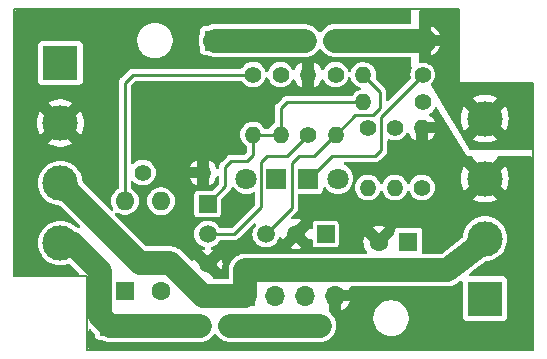
<source format=gbl>
G04 #@! TF.GenerationSoftware,KiCad,Pcbnew,7.0.8*
G04 #@! TF.CreationDate,2023-10-20T02:31:35-04:00*
G04 #@! TF.ProjectId,C64Saver2,43363453-6176-4657-9232-2e6b69636164,2.6*
G04 #@! TF.SameCoordinates,Original*
G04 #@! TF.FileFunction,Copper,L2,Bot*
G04 #@! TF.FilePolarity,Positive*
%FSLAX46Y46*%
G04 Gerber Fmt 4.6, Leading zero omitted, Abs format (unit mm)*
G04 Created by KiCad (PCBNEW 7.0.8) date 2023-10-20 02:31:35*
%MOMM*%
%LPD*%
G01*
G04 APERTURE LIST*
G04 #@! TA.AperFunction,ComponentPad*
%ADD10R,3.000000X3.000000*%
G04 #@! TD*
G04 #@! TA.AperFunction,ComponentPad*
%ADD11C,3.000000*%
G04 #@! TD*
G04 #@! TA.AperFunction,ComponentPad*
%ADD12R,1.600000X1.600000*%
G04 #@! TD*
G04 #@! TA.AperFunction,ComponentPad*
%ADD13C,1.600000*%
G04 #@! TD*
G04 #@! TA.AperFunction,ComponentPad*
%ADD14R,1.700000X1.700000*%
G04 #@! TD*
G04 #@! TA.AperFunction,ComponentPad*
%ADD15O,1.700000X1.700000*%
G04 #@! TD*
G04 #@! TA.AperFunction,ComponentPad*
%ADD16C,1.400000*%
G04 #@! TD*
G04 #@! TA.AperFunction,ComponentPad*
%ADD17O,1.400000X1.400000*%
G04 #@! TD*
G04 #@! TA.AperFunction,ComponentPad*
%ADD18O,1.600000X1.600000*%
G04 #@! TD*
G04 #@! TA.AperFunction,ComponentPad*
%ADD19R,1.500000X1.500000*%
G04 #@! TD*
G04 #@! TA.AperFunction,ComponentPad*
%ADD20C,1.500000*%
G04 #@! TD*
G04 #@! TA.AperFunction,ComponentPad*
%ADD21R,1.800000X1.800000*%
G04 #@! TD*
G04 #@! TA.AperFunction,ComponentPad*
%ADD22C,1.800000*%
G04 #@! TD*
G04 #@! TA.AperFunction,Conductor*
%ADD23C,2.000000*%
G04 #@! TD*
G04 #@! TA.AperFunction,Conductor*
%ADD24C,1.000000*%
G04 #@! TD*
G04 #@! TA.AperFunction,Conductor*
%ADD25C,0.254000*%
G04 #@! TD*
G04 #@! TA.AperFunction,Profile*
%ADD26C,0.150000*%
G04 #@! TD*
G04 APERTURE END LIST*
D10*
X144399000Y-88265000D03*
D11*
X144399000Y-93345000D03*
X144399000Y-98425000D03*
X144399000Y-103505000D03*
D10*
X180340000Y-108204000D03*
D11*
X180340000Y-103124000D03*
X180340000Y-98044000D03*
X180340000Y-92964000D03*
D12*
X173863000Y-103378000D03*
D13*
X171363000Y-103378000D03*
D14*
X157480000Y-86360000D03*
D15*
X160020000Y-86360000D03*
X162560000Y-86360000D03*
X165100000Y-86360000D03*
X167640000Y-86360000D03*
X170180000Y-86360000D03*
X172720000Y-86360000D03*
X175260000Y-86360000D03*
D14*
X148590000Y-110490000D03*
D15*
X151130000Y-110490000D03*
X153670000Y-110490000D03*
X156210000Y-110490000D03*
X158750000Y-110490000D03*
X161290000Y-110490000D03*
X163830000Y-110490000D03*
X166370000Y-110490000D03*
D14*
X160020000Y-107950000D03*
D15*
X162560000Y-107950000D03*
X165100000Y-107950000D03*
X167640000Y-107950000D03*
D16*
X170434000Y-93726000D03*
D17*
X170434000Y-98806000D03*
D16*
X175006000Y-98806000D03*
D17*
X175006000Y-93726000D03*
D16*
X167699993Y-89245600D03*
D17*
X167699993Y-94325600D03*
D16*
X163037197Y-89245600D03*
D17*
X163037197Y-94325600D03*
D16*
X175109221Y-91595756D03*
D17*
X170029221Y-91595756D03*
D16*
X160705800Y-89245600D03*
D17*
X160705800Y-94325600D03*
D13*
X152908000Y-107569000D03*
D18*
X152908000Y-99949000D03*
D16*
X165368594Y-94325600D03*
D17*
X165368594Y-89245600D03*
D19*
X156866000Y-100203000D03*
D20*
X156866000Y-102743000D03*
X156866000Y-105283000D03*
D21*
X162687000Y-98044000D03*
D22*
X160147000Y-98044000D03*
D21*
X165354000Y-98044000D03*
D22*
X167894000Y-98044000D03*
D16*
X151384000Y-97536000D03*
D17*
X156464000Y-97536000D03*
D16*
X172720000Y-93726000D03*
D17*
X172720000Y-98806000D03*
D16*
X175109221Y-89264181D03*
D17*
X170029221Y-89264181D03*
D12*
X149860000Y-107560504D03*
D18*
X149860000Y-99940504D03*
D19*
X166878000Y-102743000D03*
D20*
X164338000Y-102743000D03*
X161798000Y-102743000D03*
D23*
X165100000Y-86360000D02*
X157480000Y-86360000D01*
D24*
X167640000Y-107950000D02*
X167777380Y-107812620D01*
D25*
X160705800Y-89245600D02*
X150530400Y-89245600D01*
X149860000Y-89916000D02*
X149860000Y-99940504D01*
X150530400Y-89245600D02*
X149860000Y-89916000D01*
D23*
X175260000Y-86360000D02*
X172720000Y-86360000D01*
X172720000Y-86360000D02*
X170180000Y-86360000D01*
X170180000Y-86360000D02*
X167640000Y-86360000D01*
D25*
X158369000Y-97028000D02*
X158369000Y-98700000D01*
X158877000Y-96520000D02*
X158369000Y-97028000D01*
X158369000Y-98700000D02*
X156866000Y-100203000D01*
X163037197Y-94325600D02*
X160705800Y-94325600D01*
X160210500Y-96520000D02*
X158877000Y-96520000D01*
X170029221Y-91595756D02*
X163547244Y-91595756D01*
X163547244Y-91595756D02*
X163037197Y-92105803D01*
X163037197Y-92105803D02*
X163037197Y-94325600D01*
X160705800Y-96024700D02*
X160210500Y-96520000D01*
X160705800Y-94325600D02*
X160705800Y-96024700D01*
X161394000Y-100480000D02*
X159131000Y-102743000D01*
X159131000Y-102743000D02*
X156866000Y-102743000D01*
X165368594Y-94346406D02*
X163576000Y-96139000D01*
X165368594Y-94325600D02*
X165368594Y-94346406D01*
X161925000Y-96139000D02*
X161394000Y-96670000D01*
X163576000Y-96139000D02*
X161925000Y-96139000D01*
X161394000Y-96670000D02*
X161394000Y-100480000D01*
D23*
X163830000Y-110490000D02*
X161290000Y-110490000D01*
X166370000Y-110490000D02*
X163830000Y-110490000D01*
X161290000Y-110490000D02*
X158750000Y-110490000D01*
X160020000Y-105800000D02*
X160020000Y-107950000D01*
X151150001Y-105176001D02*
X153690001Y-105176001D01*
X177165000Y-105800000D02*
X160020000Y-105800000D01*
X153690001Y-105176001D02*
X156464000Y-107950000D01*
X144399000Y-98425000D02*
X151150001Y-105176001D01*
X156464000Y-107950000D02*
X160020000Y-107950000D01*
X180594000Y-103124000D02*
X177165000Y-105800000D01*
X147760000Y-105850000D02*
X145415000Y-103505000D01*
X153670000Y-110490000D02*
X151130000Y-110490000D01*
X147760000Y-109660000D02*
X147760000Y-105850000D01*
X148590000Y-110490000D02*
X147760000Y-109660000D01*
X145415000Y-103505000D02*
X144399000Y-103505000D01*
X151130000Y-110490000D02*
X148590000Y-110490000D01*
X156210000Y-110490000D02*
X153670000Y-110490000D01*
D25*
X171577000Y-95631000D02*
X171577000Y-92796402D01*
X165354000Y-98044000D02*
X165460469Y-98044000D01*
X167365469Y-96139000D02*
X171069000Y-96139000D01*
X171069000Y-96139000D02*
X171577000Y-95631000D01*
X165460469Y-98044000D02*
X167365469Y-96139000D01*
X171577000Y-92796402D02*
X175109221Y-89264181D01*
X164592000Y-96139000D02*
X165862000Y-96139000D01*
X167675400Y-94325600D02*
X167699993Y-94325600D01*
X164014892Y-100526108D02*
X164014892Y-96716108D01*
X165862000Y-96139000D02*
X167675400Y-94325600D01*
X161798000Y-102743000D02*
X164014892Y-100526108D01*
X171450000Y-90684960D02*
X170029221Y-89264181D01*
X169370840Y-92654753D02*
X170870247Y-92654753D01*
X167699993Y-94325600D02*
X169370840Y-92654753D01*
X170870247Y-92654753D02*
X171450000Y-92075000D01*
X171450000Y-92075000D02*
X171450000Y-90684960D01*
X164014892Y-96716108D02*
X164592000Y-96139000D01*
G04 #@! TA.AperFunction,Conductor*
G36*
X178047621Y-83788502D02*
G01*
X178094114Y-83842158D01*
X178105500Y-83894500D01*
X178105500Y-89870469D01*
X178103587Y-89892343D01*
X178101876Y-89902048D01*
X178103586Y-89911746D01*
X178104750Y-89925059D01*
X178106249Y-89933559D01*
X178109707Y-89946468D01*
X178111418Y-89956170D01*
X178114935Y-89962262D01*
X178119452Y-89967645D01*
X178127982Y-89972570D01*
X178145972Y-89985167D01*
X178153518Y-89991499D01*
X178153519Y-89991499D01*
X178153520Y-89991500D01*
X178153521Y-89991500D01*
X178160123Y-89993903D01*
X178167047Y-89995124D01*
X178167047Y-89995123D01*
X178167048Y-89995124D01*
X178176746Y-89993413D01*
X178198625Y-89991500D01*
X184202500Y-89991500D01*
X184270621Y-90011502D01*
X184317114Y-90065158D01*
X184328500Y-90117500D01*
X184328500Y-95505000D01*
X184308498Y-95573121D01*
X184254842Y-95619614D01*
X184202500Y-95631000D01*
X179141555Y-95631000D01*
X179073434Y-95610998D01*
X179033344Y-95569547D01*
X177803059Y-93507011D01*
X177479160Y-92964004D01*
X178327308Y-92964004D01*
X178346052Y-93238048D01*
X178346053Y-93238054D01*
X178401942Y-93507011D01*
X178401944Y-93507019D01*
X178493938Y-93765865D01*
X178608990Y-93987902D01*
X179577961Y-93018931D01*
X179606971Y-93183454D01*
X179677340Y-93346587D01*
X179783433Y-93489094D01*
X179919530Y-93603294D01*
X180078295Y-93683028D01*
X180251169Y-93724000D01*
X180287106Y-93724000D01*
X179318288Y-94692816D01*
X179318289Y-94692817D01*
X179414030Y-94751038D01*
X179665989Y-94860480D01*
X179930509Y-94934595D01*
X180202635Y-94971999D01*
X180202649Y-94972000D01*
X180477351Y-94972000D01*
X180477364Y-94971999D01*
X180749490Y-94934595D01*
X181014010Y-94860480D01*
X181265966Y-94751040D01*
X181361710Y-94692816D01*
X180391991Y-93723097D01*
X180516461Y-93708549D01*
X180683409Y-93647784D01*
X180831844Y-93550157D01*
X180953764Y-93420930D01*
X181042595Y-93267070D01*
X181093549Y-93096871D01*
X181098305Y-93015199D01*
X182071008Y-93987902D01*
X182071008Y-93987901D01*
X182186061Y-93765865D01*
X182278055Y-93507019D01*
X182278057Y-93507011D01*
X182333946Y-93238054D01*
X182333947Y-93238048D01*
X182352692Y-92964004D01*
X182352692Y-92963995D01*
X182333947Y-92689951D01*
X182333946Y-92689945D01*
X182278057Y-92420988D01*
X182278055Y-92420980D01*
X182186061Y-92162134D01*
X182071008Y-91940097D01*
X181102037Y-92909067D01*
X181073029Y-92744546D01*
X181002660Y-92581413D01*
X180896567Y-92438906D01*
X180760470Y-92324706D01*
X180601705Y-92244972D01*
X180428831Y-92204000D01*
X180392894Y-92204000D01*
X181361710Y-91235182D01*
X181361709Y-91235181D01*
X181265969Y-91176961D01*
X181014010Y-91067519D01*
X180749490Y-90993404D01*
X180477364Y-90956000D01*
X180202635Y-90956000D01*
X179930509Y-90993404D01*
X179665989Y-91067519D01*
X179414025Y-91176963D01*
X179318289Y-91235182D01*
X179318288Y-91235182D01*
X180288008Y-92204902D01*
X180163539Y-92219451D01*
X179996591Y-92280216D01*
X179848156Y-92377843D01*
X179726236Y-92507070D01*
X179637405Y-92660930D01*
X179586451Y-92831129D01*
X179581694Y-92912800D01*
X178608990Y-91940096D01*
X178493936Y-92162140D01*
X178401944Y-92420980D01*
X178401942Y-92420988D01*
X178346053Y-92689945D01*
X178346052Y-92689951D01*
X178327308Y-92963995D01*
X178327308Y-92964004D01*
X177479160Y-92964004D01*
X175792534Y-90136425D01*
X175774816Y-90067678D01*
X175797079Y-90000262D01*
X175815998Y-89979713D01*
X175815727Y-89979442D01*
X175820099Y-89975069D01*
X175820101Y-89975066D01*
X175820104Y-89975064D01*
X175945131Y-89822719D01*
X176038035Y-89648908D01*
X176095245Y-89460313D01*
X176097814Y-89434232D01*
X176114562Y-89264184D01*
X176114562Y-89264177D01*
X176095246Y-89068056D01*
X176095246Y-89068054D01*
X176095245Y-89068051D01*
X176095245Y-89068049D01*
X176038035Y-88879454D01*
X175945131Y-88705643D01*
X175820104Y-88553298D01*
X175667759Y-88428271D01*
X175643247Y-88415169D01*
X175493949Y-88335367D01*
X175359895Y-88294702D01*
X175305353Y-88278157D01*
X175305352Y-88278156D01*
X175305346Y-88278155D01*
X175109224Y-88258840D01*
X175109218Y-88258840D01*
X174913091Y-88278156D01*
X174907026Y-88279363D01*
X174906711Y-88277781D01*
X174843558Y-88278332D01*
X174783499Y-88240472D01*
X174753444Y-88176151D01*
X174752000Y-88157131D01*
X174752000Y-87694712D01*
X174760000Y-87667466D01*
X174760000Y-86431889D01*
X174800507Y-86569844D01*
X174878239Y-86690798D01*
X174986900Y-86784952D01*
X175117685Y-86844680D01*
X175224237Y-86860000D01*
X175295763Y-86860000D01*
X175760000Y-86860000D01*
X175760000Y-87624144D01*
X175807364Y-87607884D01*
X175807376Y-87607879D01*
X176005300Y-87500768D01*
X176005301Y-87500767D01*
X176182902Y-87362534D01*
X176335325Y-87196958D01*
X176458419Y-87008548D01*
X176523579Y-86860000D01*
X175760000Y-86860000D01*
X175295763Y-86860000D01*
X175402315Y-86844680D01*
X175533100Y-86784952D01*
X175641761Y-86690798D01*
X175719493Y-86569844D01*
X175760000Y-86431889D01*
X175760000Y-86288111D01*
X175719493Y-86150156D01*
X175641761Y-86029202D01*
X175533100Y-85935048D01*
X175402315Y-85875320D01*
X175295763Y-85860000D01*
X175224237Y-85860000D01*
X175117685Y-85875320D01*
X174986900Y-85935048D01*
X174878239Y-86029202D01*
X174800507Y-86150156D01*
X174760000Y-86288111D01*
X174760000Y-85095855D01*
X175760000Y-85095855D01*
X175760000Y-85860000D01*
X176523579Y-85860000D01*
X176458419Y-85711451D01*
X176335325Y-85523041D01*
X176182902Y-85357465D01*
X176005301Y-85219232D01*
X176005300Y-85219231D01*
X175807371Y-85112117D01*
X175807369Y-85112116D01*
X175760000Y-85095855D01*
X174760000Y-85095855D01*
X174760000Y-85066929D01*
X174752000Y-85025282D01*
X174752000Y-83894500D01*
X174772002Y-83826379D01*
X174825658Y-83779886D01*
X174878000Y-83768500D01*
X177979500Y-83768500D01*
X178047621Y-83788502D01*
G37*
G04 #@! TD.AperFunction*
G04 #@! TA.AperFunction,Conductor*
G36*
X174059121Y-83788502D02*
G01*
X174105614Y-83842158D01*
X174117000Y-83894500D01*
X174117000Y-84852500D01*
X174096998Y-84920621D01*
X174043342Y-84967114D01*
X173991000Y-84978500D01*
X167581311Y-84978500D01*
X167405681Y-84993447D01*
X167405674Y-84993449D01*
X167178109Y-85052702D01*
X166963818Y-85149567D01*
X166963812Y-85149570D01*
X166768977Y-85281256D01*
X166768969Y-85281262D01*
X166599201Y-85443972D01*
X166599196Y-85443977D01*
X166469484Y-85619359D01*
X166412896Y-85662234D01*
X166342110Y-85667708D01*
X166279602Y-85634044D01*
X166260891Y-85610502D01*
X166214738Y-85535544D01*
X166059370Y-85359011D01*
X165876402Y-85211276D01*
X165876400Y-85211275D01*
X165876399Y-85211274D01*
X165671103Y-85096588D01*
X165671100Y-85096586D01*
X165449373Y-85018244D01*
X165384419Y-85007106D01*
X165217583Y-84978500D01*
X157421312Y-84978500D01*
X157421311Y-84978500D01*
X157245681Y-84993447D01*
X157245674Y-84993449D01*
X157018109Y-85052702D01*
X156875169Y-85117315D01*
X156823270Y-85128500D01*
X156593792Y-85128500D01*
X156519638Y-85139304D01*
X156519636Y-85139304D01*
X156405254Y-85195223D01*
X156405252Y-85195224D01*
X156315224Y-85285252D01*
X156315223Y-85285254D01*
X156259304Y-85399636D01*
X156259304Y-85399638D01*
X156248500Y-85473792D01*
X156248500Y-85703956D01*
X156235009Y-85760681D01*
X156193488Y-85843034D01*
X156193483Y-85843046D01*
X156124624Y-86067895D01*
X156124622Y-86067904D01*
X156094753Y-86301154D01*
X156094753Y-86301162D01*
X156104734Y-86536104D01*
X156104736Y-86536117D01*
X156154280Y-86765999D01*
X156198870Y-86876964D01*
X156233148Y-86962269D01*
X156239414Y-86977861D01*
X156248500Y-87024841D01*
X156248500Y-87246207D01*
X156259304Y-87320361D01*
X156259304Y-87320363D01*
X156315223Y-87434745D01*
X156315224Y-87434747D01*
X156405252Y-87524775D01*
X156405254Y-87524776D01*
X156519639Y-87580696D01*
X156593794Y-87591500D01*
X156818965Y-87591500D01*
X156880415Y-87607501D01*
X156899589Y-87618212D01*
X156908901Y-87623414D01*
X156966978Y-87643934D01*
X157130626Y-87701755D01*
X157130630Y-87701755D01*
X157130634Y-87701757D01*
X157362417Y-87741500D01*
X157362420Y-87741500D01*
X165158689Y-87741500D01*
X165246503Y-87734026D01*
X165334319Y-87726552D01*
X165506832Y-87681633D01*
X165561890Y-87667297D01*
X165561890Y-87667296D01*
X165561897Y-87667295D01*
X165776187Y-87570430D01*
X165971024Y-87438743D01*
X166140803Y-87276022D01*
X166270516Y-87100637D01*
X166327103Y-87057765D01*
X166397888Y-87052290D01*
X166460396Y-87085954D01*
X166479110Y-87109501D01*
X166523114Y-87180968D01*
X166525262Y-87184456D01*
X166680630Y-87360989D01*
X166863598Y-87508724D01*
X167068901Y-87623414D01*
X167126978Y-87643934D01*
X167290626Y-87701755D01*
X167290630Y-87701755D01*
X167290634Y-87701757D01*
X167522417Y-87741500D01*
X167522420Y-87741500D01*
X173991000Y-87741500D01*
X174059121Y-87761502D01*
X174105614Y-87815158D01*
X174117000Y-87867500D01*
X174117000Y-88519000D01*
X174117001Y-88519001D01*
X174166061Y-88598558D01*
X174184792Y-88667039D01*
X174171605Y-88720857D01*
X174096430Y-88871829D01*
X174041581Y-89064603D01*
X174023088Y-89264181D01*
X174041581Y-89463759D01*
X174046069Y-89479531D01*
X174054306Y-89508483D01*
X174054307Y-89508484D01*
X174053711Y-89579478D01*
X174022212Y-89632060D01*
X172173595Y-91480678D01*
X172111283Y-91514703D01*
X172040468Y-91509639D01*
X171983632Y-91467092D01*
X171958821Y-91400572D01*
X171958500Y-91391583D01*
X171958500Y-90753175D01*
X171961380Y-90726389D01*
X171962420Y-90721608D01*
X171958661Y-90669043D01*
X171958500Y-90664547D01*
X171958500Y-90648591D01*
X171956230Y-90632806D01*
X171955749Y-90628330D01*
X171951989Y-90575760D01*
X171951989Y-90575759D01*
X171950276Y-90571168D01*
X171943616Y-90545071D01*
X171942919Y-90540228D01*
X171942919Y-90540226D01*
X171921023Y-90492280D01*
X171919313Y-90488152D01*
X171900889Y-90438756D01*
X171900887Y-90438754D01*
X171900887Y-90438752D01*
X171900886Y-90438751D01*
X171897956Y-90434837D01*
X171884209Y-90411668D01*
X171882176Y-90407218D01*
X171882175Y-90407216D01*
X171847671Y-90367395D01*
X171844847Y-90363892D01*
X171835281Y-90351114D01*
X171835280Y-90351112D01*
X171823978Y-90339810D01*
X171820925Y-90336530D01*
X171786422Y-90296710D01*
X171786419Y-90296708D01*
X171782300Y-90294061D01*
X171761327Y-90277159D01*
X171116229Y-89632061D01*
X171082203Y-89569749D01*
X171084135Y-89508483D01*
X171090553Y-89485927D01*
X171096861Y-89463757D01*
X171115354Y-89264181D01*
X171096861Y-89064605D01*
X171042010Y-88871825D01*
X170952670Y-88692406D01*
X170912562Y-88639294D01*
X170831884Y-88532458D01*
X170683761Y-88397427D01*
X170683760Y-88397426D01*
X170513361Y-88291919D01*
X170513346Y-88291912D01*
X170326459Y-88219511D01*
X170326460Y-88219511D01*
X170326455Y-88219510D01*
X170129437Y-88182681D01*
X169929005Y-88182681D01*
X169780334Y-88210472D01*
X169731981Y-88219511D01*
X169545095Y-88291912D01*
X169545080Y-88291919D01*
X169374681Y-88397426D01*
X169374680Y-88397427D01*
X169226557Y-88532458D01*
X169105773Y-88692404D01*
X169016430Y-88871829D01*
X168988440Y-88970204D01*
X168950559Y-89030250D01*
X168886228Y-89060285D01*
X168815872Y-89050771D01*
X168761828Y-89004730D01*
X168746060Y-88970203D01*
X168712784Y-88853249D01*
X168709303Y-88846258D01*
X168623442Y-88673825D01*
X168566603Y-88598558D01*
X168502656Y-88513877D01*
X168354533Y-88378846D01*
X168354532Y-88378845D01*
X168184133Y-88273338D01*
X168184118Y-88273331D01*
X167997231Y-88200930D01*
X167997232Y-88200930D01*
X167997227Y-88200929D01*
X167800209Y-88164100D01*
X167599777Y-88164100D01*
X167451106Y-88191891D01*
X167402753Y-88200930D01*
X167215867Y-88273331D01*
X167215852Y-88273338D01*
X167045453Y-88378845D01*
X167045452Y-88378846D01*
X166897329Y-88513877D01*
X166776544Y-88673824D01*
X166776540Y-88673829D01*
X166716606Y-88794194D01*
X166668337Y-88846258D01*
X166599583Y-88863960D01*
X166532172Y-88841680D01*
X166489621Y-88791280D01*
X166418751Y-88639298D01*
X166418749Y-88639294D01*
X166297509Y-88466146D01*
X166297506Y-88466142D01*
X166148051Y-88316687D01*
X166148047Y-88316684D01*
X165974899Y-88195444D01*
X165974900Y-88195444D01*
X165868594Y-88145872D01*
X165868594Y-90345325D01*
X165974903Y-90295753D01*
X166148047Y-90174515D01*
X166148051Y-90174512D01*
X166297506Y-90025057D01*
X166297509Y-90025053D01*
X166418749Y-89851905D01*
X166418751Y-89851901D01*
X166489621Y-89699919D01*
X166536538Y-89646633D01*
X166604815Y-89627172D01*
X166672775Y-89647713D01*
X166716606Y-89697004D01*
X166776544Y-89817375D01*
X166794007Y-89840500D01*
X166897329Y-89977322D01*
X167045452Y-90112353D01*
X167045453Y-90112354D01*
X167215852Y-90217861D01*
X167215859Y-90217864D01*
X167215862Y-90217866D01*
X167215866Y-90217867D01*
X167215867Y-90217868D01*
X167402754Y-90290269D01*
X167402759Y-90290271D01*
X167599777Y-90327100D01*
X167599779Y-90327100D01*
X167800207Y-90327100D01*
X167800209Y-90327100D01*
X167997227Y-90290271D01*
X168184124Y-90217866D01*
X168184129Y-90217862D01*
X168184133Y-90217861D01*
X168324523Y-90130935D01*
X168354534Y-90112353D01*
X168502655Y-89977323D01*
X168509964Y-89967645D01*
X168533688Y-89936229D01*
X168623442Y-89817375D01*
X168712782Y-89637956D01*
X168712783Y-89637951D01*
X168712784Y-89637950D01*
X168728660Y-89582152D01*
X168740773Y-89539575D01*
X168778653Y-89479531D01*
X168842984Y-89449496D01*
X168913340Y-89459008D01*
X168967385Y-89505049D01*
X168983153Y-89539576D01*
X169016430Y-89656532D01*
X169016431Y-89656534D01*
X169016432Y-89656537D01*
X169105772Y-89835956D01*
X169117813Y-89851901D01*
X169226557Y-89995903D01*
X169374680Y-90130934D01*
X169374681Y-90130935D01*
X169545080Y-90236442D01*
X169545087Y-90236445D01*
X169545090Y-90236447D01*
X169545094Y-90236448D01*
X169545095Y-90236449D01*
X169737419Y-90310957D01*
X169736978Y-90312093D01*
X169791767Y-90346650D01*
X169821807Y-90410979D01*
X169812300Y-90481336D01*
X169766264Y-90535384D01*
X169737280Y-90548623D01*
X169737419Y-90548980D01*
X169545095Y-90623487D01*
X169545080Y-90623494D01*
X169374681Y-90729001D01*
X169374680Y-90729002D01*
X169226557Y-90864033D01*
X169105772Y-91023980D01*
X169103545Y-91027578D01*
X169050682Y-91074970D01*
X168996413Y-91087256D01*
X163615459Y-91087256D01*
X163588679Y-91084377D01*
X163583894Y-91083336D01*
X163583890Y-91083336D01*
X163531332Y-91087095D01*
X163526836Y-91087256D01*
X163510875Y-91087256D01*
X163495079Y-91089526D01*
X163490613Y-91090006D01*
X163438044Y-91093767D01*
X163438040Y-91093768D01*
X163433454Y-91095479D01*
X163407360Y-91102139D01*
X163402512Y-91102836D01*
X163354565Y-91124732D01*
X163350411Y-91126452D01*
X163301041Y-91144867D01*
X163301036Y-91144869D01*
X163297111Y-91147808D01*
X163273969Y-91161539D01*
X163269500Y-91163580D01*
X163229674Y-91198087D01*
X163226180Y-91200902D01*
X163213396Y-91210474D01*
X163202105Y-91221766D01*
X163198814Y-91224829D01*
X163158995Y-91259333D01*
X163158991Y-91259337D01*
X163156342Y-91263460D01*
X163139445Y-91284425D01*
X162725866Y-91698004D01*
X162704901Y-91714901D01*
X162700778Y-91717550D01*
X162700774Y-91717554D01*
X162666269Y-91757374D01*
X162663210Y-91760660D01*
X162651919Y-91771952D01*
X162651913Y-91771960D01*
X162642355Y-91784728D01*
X162639534Y-91788228D01*
X162605019Y-91828061D01*
X162605017Y-91828064D01*
X162602980Y-91832525D01*
X162589250Y-91855667D01*
X162586311Y-91859594D01*
X162586306Y-91859602D01*
X162567887Y-91908981D01*
X162566167Y-91913133D01*
X162544277Y-91961069D01*
X162544276Y-91961074D01*
X162543578Y-91965926D01*
X162536923Y-91992000D01*
X162535209Y-91996596D01*
X162535208Y-91996601D01*
X162531446Y-92049176D01*
X162530966Y-92053643D01*
X162528697Y-92069432D01*
X162528697Y-92085390D01*
X162528536Y-92089886D01*
X162524776Y-92142451D01*
X162525817Y-92147232D01*
X162528697Y-92174018D01*
X162528697Y-93298240D01*
X162508695Y-93366361D01*
X162469028Y-93405367D01*
X162382654Y-93458847D01*
X162234533Y-93593877D01*
X162113748Y-93753824D01*
X162111521Y-93757422D01*
X162058658Y-93804814D01*
X162004389Y-93817100D01*
X161738608Y-93817100D01*
X161670487Y-93797098D01*
X161631476Y-93757422D01*
X161629248Y-93753824D01*
X161508463Y-93593877D01*
X161360340Y-93458846D01*
X161360339Y-93458845D01*
X161189940Y-93353338D01*
X161189925Y-93353331D01*
X161003038Y-93280930D01*
X161003039Y-93280930D01*
X161003034Y-93280929D01*
X160806016Y-93244100D01*
X160605584Y-93244100D01*
X160456913Y-93271891D01*
X160408560Y-93280930D01*
X160221674Y-93353331D01*
X160221659Y-93353338D01*
X160051260Y-93458845D01*
X160051259Y-93458846D01*
X159903136Y-93593877D01*
X159782352Y-93753823D01*
X159693009Y-93933248D01*
X159638160Y-94126022D01*
X159619667Y-94325600D01*
X159638160Y-94525177D01*
X159693009Y-94717951D01*
X159693010Y-94717953D01*
X159693011Y-94717956D01*
X159782351Y-94897375D01*
X159782352Y-94897376D01*
X159903136Y-95057322D01*
X160051256Y-95192351D01*
X160051258Y-95192352D01*
X160051259Y-95192353D01*
X160130602Y-95241480D01*
X160137630Y-95245831D01*
X160185018Y-95298698D01*
X160197300Y-95352959D01*
X160197300Y-95761882D01*
X160177298Y-95830003D01*
X160160395Y-95850977D01*
X160036777Y-95974595D01*
X159974465Y-96008621D01*
X159947682Y-96011500D01*
X158945210Y-96011500D01*
X158918429Y-96008621D01*
X158913648Y-96007581D01*
X158913645Y-96007581D01*
X158861096Y-96011339D01*
X158856600Y-96011500D01*
X158840629Y-96011500D01*
X158824825Y-96013771D01*
X158820359Y-96014251D01*
X158767797Y-96018012D01*
X158763210Y-96019723D01*
X158737116Y-96026383D01*
X158732268Y-96027080D01*
X158684321Y-96048976D01*
X158680167Y-96050696D01*
X158630797Y-96069111D01*
X158630792Y-96069113D01*
X158626867Y-96072052D01*
X158603725Y-96085783D01*
X158599256Y-96087824D01*
X158559430Y-96122331D01*
X158555936Y-96125146D01*
X158543152Y-96134718D01*
X158531861Y-96146010D01*
X158528570Y-96149073D01*
X158488751Y-96183577D01*
X158488747Y-96183581D01*
X158486098Y-96187704D01*
X158469201Y-96208669D01*
X158057669Y-96620201D01*
X158036704Y-96637098D01*
X158032581Y-96639747D01*
X158032577Y-96639751D01*
X157998072Y-96679571D01*
X157995013Y-96682857D01*
X157983722Y-96694149D01*
X157983720Y-96694152D01*
X157974365Y-96706649D01*
X157974158Y-96706925D01*
X157971337Y-96710425D01*
X157936822Y-96750258D01*
X157936820Y-96750261D01*
X157934783Y-96754722D01*
X157921053Y-96777864D01*
X157918114Y-96781791D01*
X157918109Y-96781799D01*
X157899690Y-96831178D01*
X157897970Y-96835330D01*
X157876080Y-96883266D01*
X157876079Y-96883271D01*
X157875381Y-96888123D01*
X157868726Y-96914197D01*
X157867012Y-96918793D01*
X157867011Y-96918798D01*
X157863249Y-96971373D01*
X157862769Y-96975840D01*
X157860500Y-96991629D01*
X157860500Y-97007587D01*
X157860339Y-97012083D01*
X157856579Y-97064648D01*
X157857620Y-97069429D01*
X157860500Y-97096215D01*
X157860500Y-97123392D01*
X157840498Y-97191513D01*
X157786842Y-97238006D01*
X157716568Y-97248110D01*
X157651988Y-97218616D01*
X157613604Y-97158890D01*
X157612794Y-97156004D01*
X157603487Y-97121272D01*
X157603482Y-97121258D01*
X157514155Y-96929694D01*
X157392915Y-96756546D01*
X157392912Y-96756542D01*
X157243457Y-96607087D01*
X157243453Y-96607084D01*
X157070305Y-96485844D01*
X157070306Y-96485844D01*
X156964000Y-96436272D01*
X156964000Y-98635725D01*
X157070309Y-98586153D01*
X157243453Y-98464915D01*
X157243457Y-98464912D01*
X157392912Y-98315457D01*
X157392915Y-98315453D01*
X157514155Y-98142305D01*
X157603482Y-97950741D01*
X157603484Y-97950735D01*
X157612793Y-97915996D01*
X157649745Y-97855373D01*
X157713605Y-97824352D01*
X157784100Y-97832780D01*
X157838847Y-97877983D01*
X157860464Y-97945609D01*
X157860500Y-97948607D01*
X157860500Y-98437182D01*
X157840498Y-98505303D01*
X157823595Y-98526277D01*
X157315277Y-99034595D01*
X157252965Y-99068621D01*
X157226182Y-99071500D01*
X156079792Y-99071500D01*
X156005638Y-99082304D01*
X156005636Y-99082304D01*
X155891254Y-99138223D01*
X155891252Y-99138224D01*
X155801224Y-99228252D01*
X155801223Y-99228254D01*
X155745304Y-99342636D01*
X155745304Y-99342638D01*
X155734500Y-99416792D01*
X155734500Y-100989207D01*
X155745304Y-101063361D01*
X155745304Y-101063363D01*
X155801223Y-101177745D01*
X155801224Y-101177747D01*
X155891252Y-101267775D01*
X155891254Y-101267776D01*
X156005639Y-101323696D01*
X156079794Y-101334500D01*
X156079800Y-101334500D01*
X157652200Y-101334500D01*
X157652206Y-101334500D01*
X157726361Y-101323696D01*
X157840746Y-101267776D01*
X157930776Y-101177746D01*
X157986696Y-101063361D01*
X157997500Y-100989206D01*
X157997500Y-99842818D01*
X158017502Y-99774697D01*
X158034400Y-99753727D01*
X158680333Y-99107793D01*
X158701308Y-99090892D01*
X158705421Y-99088250D01*
X158739934Y-99048418D01*
X158742987Y-99045140D01*
X158754280Y-99033848D01*
X158763855Y-99021055D01*
X158766650Y-99017585D01*
X158801176Y-98977743D01*
X158803204Y-98973299D01*
X158816960Y-98950116D01*
X158819889Y-98946204D01*
X158838315Y-98896800D01*
X158840020Y-98892683D01*
X158861919Y-98844734D01*
X158862614Y-98839893D01*
X158869275Y-98813794D01*
X158870989Y-98809201D01*
X158870989Y-98809197D01*
X158873196Y-98803282D01*
X158915746Y-98746448D01*
X158982267Y-98721641D01*
X159051641Y-98736735D01*
X159094463Y-98775049D01*
X159161557Y-98870870D01*
X159161564Y-98870879D01*
X159320121Y-99029436D01*
X159503802Y-99158051D01*
X159707027Y-99252816D01*
X159923620Y-99310852D01*
X160147000Y-99330395D01*
X160370380Y-99310852D01*
X160586973Y-99252816D01*
X160706251Y-99197195D01*
X160776442Y-99186535D01*
X160841254Y-99215515D01*
X160880111Y-99274935D01*
X160885500Y-99311391D01*
X160885500Y-100217182D01*
X160865498Y-100285303D01*
X160848595Y-100306277D01*
X158957277Y-102197595D01*
X158894965Y-102231621D01*
X158868182Y-102234500D01*
X157954828Y-102234500D01*
X157886707Y-102214498D01*
X157842038Y-102164664D01*
X157836561Y-102153665D01*
X157832142Y-102144790D01*
X157782777Y-102079420D01*
X157705773Y-101977449D01*
X157705770Y-101977447D01*
X157550807Y-101836180D01*
X157550798Y-101836173D01*
X157372516Y-101725786D01*
X157372513Y-101725784D01*
X157372511Y-101725783D01*
X157372507Y-101725781D01*
X157176982Y-101650033D01*
X157140249Y-101643166D01*
X156970849Y-101611500D01*
X156761151Y-101611500D01*
X156628176Y-101636357D01*
X156555017Y-101650033D01*
X156359492Y-101725781D01*
X156359483Y-101725786D01*
X156181201Y-101836173D01*
X156181192Y-101836180D01*
X156026229Y-101977447D01*
X156026226Y-101977449D01*
X155899859Y-102144788D01*
X155806386Y-102332508D01*
X155749001Y-102534195D01*
X155729653Y-102743000D01*
X155749001Y-102951804D01*
X155806386Y-103153491D01*
X155806387Y-103153493D01*
X155806388Y-103153496D01*
X155899858Y-103341210D01*
X155899859Y-103341211D01*
X156026226Y-103508550D01*
X156026229Y-103508552D01*
X156181192Y-103649819D01*
X156181195Y-103649821D01*
X156181198Y-103649824D01*
X156359487Y-103760216D01*
X156359491Y-103760217D01*
X156359492Y-103760218D01*
X156543183Y-103831381D01*
X156599478Y-103874640D01*
X156623448Y-103941468D01*
X156607484Y-104010646D01*
X156556653Y-104060212D01*
X156530278Y-104070579D01*
X156434095Y-104096351D01*
X156434083Y-104096356D01*
X156401607Y-104111498D01*
X156401607Y-104111501D01*
X156865999Y-104575893D01*
X156866000Y-104575893D01*
X157330392Y-104111500D01*
X157330391Y-104111499D01*
X157297908Y-104096352D01*
X157297902Y-104096350D01*
X157201722Y-104070579D01*
X157141099Y-104033627D01*
X157110078Y-103969767D01*
X157116686Y-103914499D01*
X163873607Y-103914499D01*
X163906094Y-103929648D01*
X164118712Y-103986619D01*
X164338000Y-104005804D01*
X164557287Y-103986619D01*
X164769906Y-103929648D01*
X164802391Y-103914499D01*
X164802392Y-103914498D01*
X164338001Y-103450107D01*
X164338000Y-103450107D01*
X163873607Y-103914499D01*
X157116686Y-103914499D01*
X157118506Y-103899272D01*
X157163709Y-103844525D01*
X157188817Y-103831381D01*
X157372503Y-103760220D01*
X157372503Y-103760219D01*
X157372513Y-103760216D01*
X157550802Y-103649824D01*
X157705771Y-103508552D01*
X157708454Y-103505000D01*
X157776489Y-103414906D01*
X157832142Y-103341210D01*
X157842038Y-103321335D01*
X157890307Y-103269273D01*
X157954828Y-103251500D01*
X159062784Y-103251500D01*
X159089565Y-103254378D01*
X159094351Y-103255420D01*
X159094351Y-103255419D01*
X159094352Y-103255420D01*
X159146917Y-103251661D01*
X159151413Y-103251500D01*
X159167366Y-103251500D01*
X159167368Y-103251500D01*
X159183192Y-103249224D01*
X159187615Y-103248749D01*
X159240201Y-103244989D01*
X159244794Y-103243275D01*
X159270893Y-103236614D01*
X159275734Y-103235919D01*
X159323683Y-103214020D01*
X159327800Y-103212315D01*
X159377204Y-103193889D01*
X159381117Y-103190958D01*
X159404299Y-103177204D01*
X159408743Y-103175176D01*
X159448585Y-103140650D01*
X159452055Y-103137855D01*
X159464848Y-103128280D01*
X159476141Y-103116985D01*
X159479418Y-103113934D01*
X159519250Y-103079421D01*
X159521894Y-103075305D01*
X159538795Y-103054331D01*
X160731194Y-101861932D01*
X160793504Y-101827908D01*
X160864319Y-101832973D01*
X160921155Y-101875520D01*
X160945966Y-101942040D01*
X160930875Y-102011414D01*
X160920838Y-102026960D01*
X160831858Y-102144788D01*
X160738386Y-102332508D01*
X160681001Y-102534195D01*
X160661653Y-102743000D01*
X160681001Y-102951804D01*
X160738386Y-103153491D01*
X160738387Y-103153493D01*
X160738388Y-103153496D01*
X160831858Y-103341210D01*
X160831859Y-103341211D01*
X160958226Y-103508550D01*
X160958229Y-103508552D01*
X161113192Y-103649819D01*
X161113195Y-103649821D01*
X161113198Y-103649824D01*
X161291487Y-103760216D01*
X161291491Y-103760217D01*
X161291492Y-103760218D01*
X161487017Y-103835966D01*
X161487020Y-103835966D01*
X161487024Y-103835968D01*
X161693151Y-103874500D01*
X161693154Y-103874500D01*
X161902846Y-103874500D01*
X161902849Y-103874500D01*
X162108976Y-103835968D01*
X162108980Y-103835966D01*
X162108982Y-103835966D01*
X162221651Y-103792317D01*
X162304513Y-103760216D01*
X162482802Y-103649824D01*
X162637771Y-103508552D01*
X162640454Y-103505000D01*
X162708489Y-103414906D01*
X162764142Y-103341210D01*
X162857612Y-103153496D01*
X162881099Y-103070945D01*
X162918979Y-103010900D01*
X162983309Y-102980865D01*
X163053666Y-102990377D01*
X163107710Y-103036417D01*
X163123996Y-103072815D01*
X163151351Y-103174905D01*
X163151354Y-103174912D01*
X163166499Y-103207391D01*
X163166500Y-103207392D01*
X163630892Y-102743000D01*
X163933014Y-102743000D01*
X163952835Y-102868148D01*
X164010359Y-102981045D01*
X164099955Y-103070641D01*
X164212852Y-103128165D01*
X164306519Y-103143000D01*
X164369481Y-103143000D01*
X164463148Y-103128165D01*
X164576045Y-103070641D01*
X164665641Y-102981045D01*
X164723165Y-102868148D01*
X164742986Y-102743001D01*
X165045107Y-102743001D01*
X165509498Y-103207392D01*
X165512855Y-103206800D01*
X165553225Y-103160953D01*
X165621503Y-103141494D01*
X165689462Y-103162038D01*
X165735527Y-103216062D01*
X165746500Y-103267490D01*
X165746500Y-103529207D01*
X165757304Y-103603361D01*
X165757304Y-103603363D01*
X165813223Y-103717745D01*
X165813224Y-103717747D01*
X165903252Y-103807775D01*
X165903254Y-103807776D01*
X166017639Y-103863696D01*
X166091794Y-103874500D01*
X166091800Y-103874500D01*
X167664200Y-103874500D01*
X167664206Y-103874500D01*
X167738361Y-103863696D01*
X167852746Y-103807776D01*
X167942776Y-103717746D01*
X167998696Y-103603361D01*
X168009500Y-103529206D01*
X168009500Y-102168875D01*
X170860982Y-102168875D01*
X171363000Y-102670893D01*
X171363001Y-102670893D01*
X171865017Y-102168876D01*
X171812074Y-102144188D01*
X171812068Y-102144186D01*
X171591000Y-102084951D01*
X171591004Y-102084951D01*
X171363000Y-102065004D01*
X171134997Y-102084951D01*
X170913928Y-102144187D01*
X170860982Y-102168875D01*
X168009500Y-102168875D01*
X168009500Y-101956794D01*
X167998696Y-101882639D01*
X167991476Y-101867871D01*
X167942776Y-101768254D01*
X167942775Y-101768252D01*
X167852747Y-101678224D01*
X167852745Y-101678223D01*
X167738362Y-101622304D01*
X167664207Y-101611500D01*
X167664206Y-101611500D01*
X166091794Y-101611500D01*
X166091792Y-101611500D01*
X166017638Y-101622304D01*
X166017636Y-101622304D01*
X165903254Y-101678223D01*
X165903252Y-101678224D01*
X165813224Y-101768252D01*
X165813223Y-101768254D01*
X165757304Y-101882636D01*
X165757304Y-101882638D01*
X165746500Y-101956792D01*
X165746500Y-102218508D01*
X165726498Y-102286629D01*
X165672842Y-102333122D01*
X165602568Y-102343226D01*
X165537988Y-102313732D01*
X165511777Y-102279008D01*
X165509499Y-102278606D01*
X165045107Y-102742999D01*
X165045107Y-102743001D01*
X164742986Y-102743001D01*
X164742986Y-102743000D01*
X164723165Y-102617852D01*
X164665641Y-102504955D01*
X164576045Y-102415359D01*
X164463148Y-102357835D01*
X164369481Y-102343000D01*
X164306519Y-102343000D01*
X164212852Y-102357835D01*
X164099955Y-102415359D01*
X164010359Y-102504955D01*
X163952835Y-102617852D01*
X163933014Y-102743000D01*
X163630892Y-102743000D01*
X164802392Y-101571500D01*
X164802391Y-101571499D01*
X164769908Y-101556352D01*
X164769903Y-101556350D01*
X164557287Y-101499380D01*
X164338000Y-101480195D01*
X164118710Y-101499381D01*
X164083934Y-101508699D01*
X164012958Y-101507009D01*
X163954162Y-101467214D01*
X163926215Y-101401949D01*
X163937989Y-101331936D01*
X163962226Y-101297900D01*
X164326223Y-100933903D01*
X164347197Y-100917002D01*
X164351313Y-100914358D01*
X164385826Y-100874526D01*
X164388879Y-100871248D01*
X164391878Y-100868249D01*
X164400172Y-100859956D01*
X164409747Y-100847163D01*
X164412542Y-100843693D01*
X164447068Y-100803851D01*
X164449100Y-100799400D01*
X164462849Y-100776228D01*
X164465781Y-100772312D01*
X164484206Y-100722910D01*
X164485911Y-100718793D01*
X164507811Y-100670842D01*
X164508507Y-100665999D01*
X164515167Y-100639901D01*
X164516881Y-100635308D01*
X164519852Y-100593768D01*
X164520641Y-100582737D01*
X164521122Y-100578261D01*
X164523009Y-100565143D01*
X164523392Y-100562476D01*
X164523392Y-100546520D01*
X164523553Y-100542024D01*
X164527312Y-100489459D01*
X164526270Y-100484670D01*
X164523392Y-100457891D01*
X164523392Y-99451500D01*
X164543394Y-99383379D01*
X164597050Y-99336886D01*
X164649392Y-99325500D01*
X166290200Y-99325500D01*
X166290206Y-99325500D01*
X166364361Y-99314696D01*
X166478746Y-99258776D01*
X166568776Y-99168746D01*
X166624696Y-99054361D01*
X166635500Y-98980206D01*
X166635500Y-98880524D01*
X166655502Y-98812403D01*
X166709158Y-98765910D01*
X166779432Y-98755806D01*
X166844012Y-98785300D01*
X166864713Y-98808254D01*
X166908557Y-98870870D01*
X166908561Y-98870875D01*
X166908564Y-98870879D01*
X167067121Y-99029436D01*
X167250802Y-99158051D01*
X167454027Y-99252816D01*
X167670620Y-99310852D01*
X167894000Y-99330395D01*
X168117380Y-99310852D01*
X168333973Y-99252816D01*
X168537198Y-99158051D01*
X168720879Y-99029436D01*
X168879436Y-98870879D01*
X168924865Y-98806000D01*
X169347867Y-98806000D01*
X169366360Y-99005577D01*
X169421209Y-99198351D01*
X169421210Y-99198353D01*
X169421211Y-99198356D01*
X169510551Y-99377775D01*
X169510552Y-99377776D01*
X169631336Y-99537722D01*
X169779459Y-99672753D01*
X169779460Y-99672754D01*
X169949859Y-99778261D01*
X169949866Y-99778264D01*
X169949869Y-99778266D01*
X169949873Y-99778267D01*
X169949874Y-99778268D01*
X170136761Y-99850669D01*
X170136766Y-99850671D01*
X170333784Y-99887500D01*
X170333786Y-99887500D01*
X170534214Y-99887500D01*
X170534216Y-99887500D01*
X170731234Y-99850671D01*
X170918131Y-99778266D01*
X170918136Y-99778262D01*
X170918140Y-99778261D01*
X171088539Y-99672754D01*
X171088538Y-99672754D01*
X171088541Y-99672753D01*
X171236662Y-99537723D01*
X171249779Y-99520354D01*
X171256514Y-99511433D01*
X171357449Y-99377775D01*
X171446789Y-99198356D01*
X171446790Y-99198351D01*
X171446791Y-99198350D01*
X171455810Y-99166652D01*
X171493690Y-99106605D01*
X171558021Y-99076571D01*
X171628378Y-99086084D01*
X171682422Y-99132124D01*
X171698190Y-99166652D01*
X171707208Y-99198350D01*
X171707211Y-99198356D01*
X171796551Y-99377775D01*
X171796552Y-99377776D01*
X171917336Y-99537722D01*
X172065459Y-99672753D01*
X172065460Y-99672754D01*
X172235859Y-99778261D01*
X172235866Y-99778264D01*
X172235869Y-99778266D01*
X172235873Y-99778267D01*
X172235874Y-99778268D01*
X172422761Y-99850669D01*
X172422766Y-99850671D01*
X172619784Y-99887500D01*
X172619786Y-99887500D01*
X172820214Y-99887500D01*
X172820216Y-99887500D01*
X173017234Y-99850671D01*
X173204131Y-99778266D01*
X173204136Y-99778262D01*
X173204140Y-99778261D01*
X173374539Y-99672754D01*
X173374538Y-99672754D01*
X173374541Y-99672753D01*
X173522662Y-99537723D01*
X173535779Y-99520354D01*
X173542514Y-99511433D01*
X173643449Y-99377775D01*
X173732789Y-99198356D01*
X173732790Y-99198351D01*
X173732791Y-99198350D01*
X173741810Y-99166652D01*
X173779690Y-99106605D01*
X173844021Y-99076571D01*
X173914378Y-99086084D01*
X173968422Y-99132124D01*
X173984190Y-99166652D01*
X173993208Y-99198350D01*
X173993211Y-99198356D01*
X174082551Y-99377775D01*
X174082552Y-99377776D01*
X174203336Y-99537722D01*
X174351459Y-99672753D01*
X174351460Y-99672754D01*
X174521859Y-99778261D01*
X174521866Y-99778264D01*
X174521869Y-99778266D01*
X174521873Y-99778267D01*
X174521874Y-99778268D01*
X174708761Y-99850669D01*
X174708766Y-99850671D01*
X174905784Y-99887500D01*
X174905786Y-99887500D01*
X175106214Y-99887500D01*
X175106216Y-99887500D01*
X175303234Y-99850671D01*
X175490131Y-99778266D01*
X175490136Y-99778262D01*
X175490140Y-99778261D01*
X175660539Y-99672754D01*
X175660538Y-99672754D01*
X175660541Y-99672753D01*
X175808662Y-99537723D01*
X175821779Y-99520354D01*
X175828514Y-99511433D01*
X175929449Y-99377775D01*
X176018789Y-99198356D01*
X176073640Y-99005576D01*
X176092133Y-98806000D01*
X176073640Y-98606424D01*
X176018789Y-98413644D01*
X175929449Y-98234225D01*
X175870795Y-98156554D01*
X175808663Y-98074277D01*
X175660540Y-97939246D01*
X175660539Y-97939245D01*
X175490140Y-97833738D01*
X175490125Y-97833731D01*
X175303238Y-97761330D01*
X175303239Y-97761330D01*
X175303234Y-97761329D01*
X175106216Y-97724500D01*
X174905784Y-97724500D01*
X174757113Y-97752291D01*
X174708760Y-97761330D01*
X174521874Y-97833731D01*
X174521859Y-97833738D01*
X174351460Y-97939245D01*
X174351459Y-97939246D01*
X174203336Y-98074277D01*
X174082552Y-98234223D01*
X173993209Y-98413648D01*
X173984190Y-98445348D01*
X173946309Y-98505394D01*
X173881978Y-98535429D01*
X173811622Y-98525915D01*
X173757578Y-98479874D01*
X173741810Y-98445348D01*
X173732790Y-98413648D01*
X173732789Y-98413644D01*
X173643449Y-98234225D01*
X173584795Y-98156554D01*
X173522663Y-98074277D01*
X173374540Y-97939246D01*
X173374539Y-97939245D01*
X173204140Y-97833738D01*
X173204125Y-97833731D01*
X173017238Y-97761330D01*
X173017239Y-97761330D01*
X173017234Y-97761329D01*
X172820216Y-97724500D01*
X172619784Y-97724500D01*
X172471113Y-97752291D01*
X172422760Y-97761330D01*
X172235874Y-97833731D01*
X172235859Y-97833738D01*
X172065460Y-97939245D01*
X172065459Y-97939246D01*
X171917336Y-98074277D01*
X171796552Y-98234223D01*
X171707209Y-98413648D01*
X171698190Y-98445348D01*
X171660309Y-98505394D01*
X171595978Y-98535429D01*
X171525622Y-98525915D01*
X171471578Y-98479874D01*
X171455810Y-98445348D01*
X171446790Y-98413648D01*
X171446789Y-98413644D01*
X171357449Y-98234225D01*
X171298795Y-98156554D01*
X171236663Y-98074277D01*
X171088540Y-97939246D01*
X171088539Y-97939245D01*
X170918140Y-97833738D01*
X170918125Y-97833731D01*
X170731238Y-97761330D01*
X170731239Y-97761330D01*
X170731234Y-97761329D01*
X170534216Y-97724500D01*
X170333784Y-97724500D01*
X170185113Y-97752291D01*
X170136760Y-97761330D01*
X169949874Y-97833731D01*
X169949859Y-97833738D01*
X169779460Y-97939245D01*
X169779459Y-97939246D01*
X169631336Y-98074277D01*
X169510552Y-98234223D01*
X169421209Y-98413648D01*
X169366360Y-98606422D01*
X169347867Y-98806000D01*
X168924865Y-98806000D01*
X169008051Y-98687198D01*
X169102816Y-98483973D01*
X169160852Y-98267380D01*
X169180395Y-98044000D01*
X169160852Y-97820620D01*
X169102816Y-97604027D01*
X169008051Y-97400803D01*
X169008050Y-97400802D01*
X169008049Y-97400799D01*
X168879442Y-97217129D01*
X168879439Y-97217125D01*
X168879436Y-97217121D01*
X168720879Y-97058564D01*
X168688654Y-97036000D01*
X168537198Y-96929949D01*
X168446584Y-96887695D01*
X168393299Y-96840778D01*
X168373838Y-96772500D01*
X168394380Y-96704541D01*
X168448403Y-96658475D01*
X168499834Y-96647500D01*
X171000784Y-96647500D01*
X171027565Y-96650378D01*
X171032351Y-96651420D01*
X171032351Y-96651419D01*
X171032352Y-96651420D01*
X171084917Y-96647661D01*
X171089413Y-96647500D01*
X171105366Y-96647500D01*
X171105368Y-96647500D01*
X171121192Y-96645224D01*
X171125615Y-96644749D01*
X171178201Y-96640989D01*
X171182794Y-96639275D01*
X171208893Y-96632614D01*
X171213734Y-96631919D01*
X171261683Y-96610020D01*
X171265800Y-96608315D01*
X171315204Y-96589889D01*
X171319117Y-96586958D01*
X171342299Y-96573204D01*
X171346743Y-96571176D01*
X171386585Y-96536650D01*
X171390055Y-96533855D01*
X171402848Y-96524280D01*
X171414141Y-96512985D01*
X171417418Y-96509934D01*
X171457250Y-96475421D01*
X171459894Y-96471305D01*
X171476795Y-96450331D01*
X171888331Y-96038795D01*
X171909305Y-96021894D01*
X171913421Y-96019250D01*
X171947934Y-95979418D01*
X171950987Y-95976140D01*
X171952532Y-95974595D01*
X171962280Y-95964848D01*
X171971856Y-95952054D01*
X171974641Y-95948597D01*
X172009176Y-95908743D01*
X172011208Y-95904292D01*
X172024958Y-95881117D01*
X172027888Y-95877204D01*
X172046304Y-95827825D01*
X172048011Y-95823702D01*
X172069919Y-95775734D01*
X172070615Y-95770890D01*
X172077279Y-95744781D01*
X172078988Y-95740201D01*
X172082749Y-95687601D01*
X172083222Y-95683206D01*
X172085500Y-95667368D01*
X172085500Y-95651399D01*
X172085661Y-95646903D01*
X172089419Y-95594352D01*
X172089418Y-95594347D01*
X172088379Y-95589568D01*
X172085500Y-95562789D01*
X172085500Y-94823950D01*
X172105502Y-94755829D01*
X172159158Y-94709336D01*
X172229432Y-94699232D01*
X172257017Y-94706459D01*
X172422761Y-94770669D01*
X172422766Y-94770671D01*
X172619784Y-94807500D01*
X172619786Y-94807500D01*
X172820214Y-94807500D01*
X172820216Y-94807500D01*
X173017234Y-94770671D01*
X173204131Y-94698266D01*
X173204136Y-94698262D01*
X173204140Y-94698261D01*
X173374539Y-94592754D01*
X173374538Y-94592754D01*
X173374541Y-94592753D01*
X173522662Y-94457723D01*
X173643449Y-94297775D01*
X173679942Y-94224486D01*
X173728210Y-94172424D01*
X173796964Y-94154721D01*
X173864374Y-94177000D01*
X173906927Y-94227401D01*
X173955842Y-94332301D01*
X173955844Y-94332305D01*
X174077084Y-94505453D01*
X174077087Y-94505457D01*
X174226542Y-94654912D01*
X174226546Y-94654915D01*
X174399690Y-94776153D01*
X174506000Y-94825726D01*
X174506000Y-94226000D01*
X175506000Y-94226000D01*
X175506000Y-94825725D01*
X175612309Y-94776153D01*
X175785453Y-94654915D01*
X175785457Y-94654912D01*
X175934912Y-94505457D01*
X175934915Y-94505453D01*
X176056153Y-94332309D01*
X176105726Y-94226000D01*
X175506000Y-94226000D01*
X174506000Y-94226000D01*
X174506000Y-93755302D01*
X174652372Y-93755302D01*
X174681047Y-93868538D01*
X174744936Y-93966327D01*
X174837115Y-94038072D01*
X174947595Y-94076000D01*
X175035005Y-94076000D01*
X175121216Y-94061614D01*
X175223947Y-94006019D01*
X175303060Y-93920079D01*
X175349982Y-93813108D01*
X175359628Y-93696698D01*
X175330953Y-93583462D01*
X175267064Y-93485673D01*
X175174885Y-93413928D01*
X175064405Y-93376000D01*
X174976995Y-93376000D01*
X174890784Y-93390386D01*
X174788053Y-93445981D01*
X174708940Y-93531921D01*
X174662018Y-93638892D01*
X174652372Y-93755302D01*
X174506000Y-93755302D01*
X174506000Y-93352000D01*
X174526002Y-93283879D01*
X174579658Y-93237386D01*
X174632000Y-93226000D01*
X176105726Y-93226000D01*
X176056153Y-93119690D01*
X175934915Y-92946546D01*
X175934912Y-92946542D01*
X175785457Y-92797087D01*
X175785453Y-92797084D01*
X175678324Y-92722071D01*
X175633996Y-92666614D01*
X175626687Y-92595994D01*
X175658718Y-92532634D01*
X175684262Y-92511732D01*
X175763762Y-92462509D01*
X175911883Y-92327479D01*
X175915676Y-92322457D01*
X175963929Y-92258559D01*
X176032670Y-92167531D01*
X176080948Y-92070574D01*
X176129217Y-92018511D01*
X176197971Y-92000808D01*
X176265382Y-92023087D01*
X176300987Y-92060601D01*
X178638386Y-95850977D01*
X178816000Y-96139000D01*
X179197410Y-96139000D01*
X179265531Y-96159002D01*
X179312024Y-96212658D01*
X179322511Y-96280024D01*
X179318288Y-96315182D01*
X180288008Y-97284902D01*
X180163539Y-97299451D01*
X179996591Y-97360216D01*
X179848156Y-97457843D01*
X179726236Y-97587070D01*
X179637405Y-97740930D01*
X179586451Y-97911129D01*
X179581694Y-97992800D01*
X178608990Y-97020096D01*
X178493936Y-97242140D01*
X178401944Y-97500980D01*
X178401942Y-97500988D01*
X178346053Y-97769945D01*
X178346052Y-97769951D01*
X178327308Y-98043995D01*
X178327308Y-98044004D01*
X178346052Y-98318048D01*
X178346053Y-98318054D01*
X178401942Y-98587011D01*
X178401944Y-98587019D01*
X178493938Y-98845865D01*
X178608990Y-99067902D01*
X179577961Y-98098931D01*
X179606971Y-98263454D01*
X179677340Y-98426587D01*
X179783433Y-98569094D01*
X179919530Y-98683294D01*
X180078295Y-98763028D01*
X180251169Y-98804000D01*
X180287106Y-98804000D01*
X179318288Y-99772816D01*
X179318289Y-99772817D01*
X179414030Y-99831038D01*
X179665989Y-99940480D01*
X179930509Y-100014595D01*
X180202635Y-100051999D01*
X180202649Y-100052000D01*
X180477351Y-100052000D01*
X180477364Y-100051999D01*
X180749490Y-100014595D01*
X181014010Y-99940480D01*
X181265966Y-99831040D01*
X181361710Y-99772816D01*
X180391991Y-98803097D01*
X180516461Y-98788549D01*
X180683409Y-98727784D01*
X180831844Y-98630157D01*
X180953764Y-98500930D01*
X181042595Y-98347070D01*
X181093549Y-98176871D01*
X181098305Y-98095199D01*
X182071008Y-99067902D01*
X182071008Y-99067901D01*
X182186061Y-98845865D01*
X182278055Y-98587019D01*
X182278057Y-98587011D01*
X182333946Y-98318054D01*
X182333947Y-98318048D01*
X182352692Y-98044004D01*
X182352692Y-98043995D01*
X182333947Y-97769951D01*
X182333946Y-97769945D01*
X182278057Y-97500988D01*
X182278055Y-97500980D01*
X182186061Y-97242134D01*
X182071008Y-97020097D01*
X181102037Y-97989067D01*
X181073029Y-97824546D01*
X181002660Y-97661413D01*
X180896567Y-97518906D01*
X180760470Y-97404706D01*
X180601705Y-97324972D01*
X180428831Y-97284000D01*
X180392894Y-97284000D01*
X181361710Y-96315182D01*
X181357488Y-96280024D01*
X181369225Y-96210004D01*
X181416954Y-96157445D01*
X181482589Y-96139000D01*
X184202500Y-96139000D01*
X184270621Y-96159002D01*
X184317114Y-96212658D01*
X184328500Y-96265000D01*
X184328500Y-112320500D01*
X184308498Y-112388621D01*
X184254842Y-112435114D01*
X184202500Y-112446500D01*
X146886500Y-112446500D01*
X146818379Y-112426498D01*
X146771886Y-112372842D01*
X146760500Y-112320500D01*
X146760500Y-110918426D01*
X146780502Y-110850305D01*
X146834158Y-110803812D01*
X146904432Y-110793708D01*
X146969012Y-110823202D01*
X146975595Y-110829331D01*
X147321595Y-111175331D01*
X147355621Y-111237643D01*
X147358500Y-111264426D01*
X147358500Y-111376207D01*
X147369304Y-111450361D01*
X147369304Y-111450363D01*
X147425223Y-111564745D01*
X147425224Y-111564747D01*
X147515252Y-111654775D01*
X147515254Y-111654776D01*
X147629639Y-111710696D01*
X147703794Y-111721500D01*
X147924731Y-111721500D01*
X147988501Y-111738829D01*
X147992213Y-111741007D01*
X147997245Y-111742906D01*
X148014197Y-111750787D01*
X148018895Y-111753411D01*
X148018903Y-111753415D01*
X148115954Y-111787705D01*
X148141372Y-111797297D01*
X148212233Y-111824039D01*
X148217509Y-111825059D01*
X148235562Y-111829965D01*
X148240634Y-111831757D01*
X148342076Y-111849150D01*
X148443115Y-111868692D01*
X148443120Y-111868693D01*
X148448500Y-111868807D01*
X148467106Y-111870589D01*
X148472417Y-111871500D01*
X148472423Y-111871500D01*
X148575350Y-111871500D01*
X148678233Y-111873684D01*
X148681137Y-111873249D01*
X148683552Y-111872888D01*
X148702203Y-111871500D01*
X156268689Y-111871500D01*
X156356503Y-111864026D01*
X156444319Y-111856552D01*
X156606277Y-111814381D01*
X156671890Y-111797297D01*
X156671890Y-111797296D01*
X156671897Y-111797295D01*
X156886187Y-111700430D01*
X157081024Y-111568743D01*
X157250803Y-111406022D01*
X157380516Y-111230637D01*
X157437103Y-111187765D01*
X157507888Y-111182290D01*
X157570396Y-111215954D01*
X157589110Y-111239501D01*
X157618162Y-111286684D01*
X157635262Y-111314456D01*
X157790630Y-111490989D01*
X157973598Y-111638724D01*
X158178901Y-111753414D01*
X158236978Y-111773934D01*
X158400626Y-111831755D01*
X158400630Y-111831755D01*
X158400634Y-111831757D01*
X158632417Y-111871500D01*
X158632420Y-111871500D01*
X166428689Y-111871500D01*
X166516503Y-111864026D01*
X166604319Y-111856552D01*
X166766277Y-111814381D01*
X166831890Y-111797297D01*
X166831890Y-111797296D01*
X166831897Y-111797295D01*
X167046187Y-111700430D01*
X167241024Y-111568743D01*
X167410803Y-111406022D01*
X167550641Y-111216949D01*
X167656513Y-111006964D01*
X167725375Y-110782106D01*
X167725375Y-110782101D01*
X167725377Y-110782095D01*
X167755246Y-110548845D01*
X167755246Y-110548837D01*
X167747297Y-110361726D01*
X167745265Y-110313890D01*
X167695720Y-110084003D01*
X167656723Y-109986955D01*
X170899460Y-109986955D01*
X170924221Y-110135340D01*
X170940388Y-110232229D01*
X170940390Y-110232238D01*
X171021130Y-110467427D01*
X171021131Y-110467429D01*
X171107216Y-110626499D01*
X171139486Y-110686129D01*
X171267269Y-110850305D01*
X171292227Y-110882370D01*
X171475174Y-111050784D01*
X171683353Y-111186793D01*
X171683352Y-111186793D01*
X171783314Y-111230640D01*
X171911079Y-111286683D01*
X171911080Y-111286683D01*
X171911082Y-111286684D01*
X172020755Y-111314457D01*
X172152139Y-111347728D01*
X172317406Y-111361422D01*
X172337891Y-111363120D01*
X172337893Y-111363120D01*
X172462029Y-111363120D01*
X172481443Y-111361511D01*
X172647781Y-111347728D01*
X172888841Y-111286683D01*
X173116567Y-111186793D01*
X173324745Y-111050784D01*
X173372358Y-111006953D01*
X173507692Y-110882370D01*
X173507693Y-110882368D01*
X173507698Y-110882364D01*
X173660434Y-110686129D01*
X173778788Y-110467430D01*
X173859531Y-110232234D01*
X173900460Y-109986955D01*
X173900460Y-109738285D01*
X173859531Y-109493006D01*
X173804086Y-109331500D01*
X173778789Y-109257812D01*
X173778788Y-109257810D01*
X173660434Y-109039111D01*
X173660433Y-109039110D01*
X173657111Y-109034842D01*
X173507698Y-108842876D01*
X173507696Y-108842874D01*
X173507692Y-108842869D01*
X173324745Y-108674455D01*
X173116566Y-108538446D01*
X173116567Y-108538446D01*
X172888844Y-108438558D01*
X172888837Y-108438555D01*
X172647788Y-108377513D01*
X172647783Y-108377512D01*
X172647781Y-108377512D01*
X172514590Y-108366475D01*
X172462029Y-108362120D01*
X172462027Y-108362120D01*
X172337893Y-108362120D01*
X172337891Y-108362120D01*
X172276667Y-108367193D01*
X172152139Y-108377512D01*
X172152137Y-108377512D01*
X172152131Y-108377513D01*
X171911082Y-108438555D01*
X171911075Y-108438558D01*
X171683353Y-108538446D01*
X171475174Y-108674455D01*
X171292227Y-108842869D01*
X171139486Y-109039110D01*
X171139485Y-109039111D01*
X171021131Y-109257810D01*
X171021130Y-109257812D01*
X170940390Y-109493001D01*
X170940388Y-109493010D01*
X170926877Y-109573978D01*
X170899460Y-109738285D01*
X170899460Y-109986955D01*
X167656723Y-109986955D01*
X167608037Y-109865795D01*
X167484738Y-109665544D01*
X167329370Y-109489011D01*
X167186845Y-109373931D01*
X167146410Y-109315574D01*
X167140000Y-109275898D01*
X167140000Y-108021889D01*
X167180507Y-108159844D01*
X167258239Y-108280798D01*
X167366900Y-108374952D01*
X167497685Y-108434680D01*
X167604237Y-108450000D01*
X167675763Y-108450000D01*
X168140000Y-108450000D01*
X168140000Y-109214144D01*
X168187364Y-109197884D01*
X168187376Y-109197879D01*
X168385300Y-109090768D01*
X168385301Y-109090767D01*
X168562902Y-108952534D01*
X168715325Y-108786958D01*
X168838419Y-108598548D01*
X168903579Y-108450000D01*
X168140000Y-108450000D01*
X167675763Y-108450000D01*
X167782315Y-108434680D01*
X167913100Y-108374952D01*
X168021761Y-108280798D01*
X168099493Y-108159844D01*
X168140000Y-108021889D01*
X168140000Y-107878111D01*
X168099493Y-107740156D01*
X168021761Y-107619202D01*
X167913100Y-107525048D01*
X167782315Y-107465320D01*
X167675763Y-107450000D01*
X168903579Y-107450000D01*
X168863274Y-107358114D01*
X168854227Y-107287696D01*
X168884687Y-107223566D01*
X168944984Y-107186084D01*
X168978661Y-107181500D01*
X177153542Y-107181500D01*
X177259653Y-107183260D01*
X177291750Y-107178302D01*
X177327071Y-107172848D01*
X177331329Y-107172338D01*
X177399319Y-107166552D01*
X177442119Y-107155407D01*
X177448360Y-107154116D01*
X177492064Y-107147367D01*
X177556766Y-107125706D01*
X177560862Y-107124488D01*
X177626897Y-107107295D01*
X177667204Y-107089074D01*
X177673129Y-107086750D01*
X177715066Y-107072712D01*
X177775179Y-107040426D01*
X177779005Y-107038536D01*
X177841187Y-107010430D01*
X177877824Y-106985666D01*
X177883278Y-106982369D01*
X177922243Y-106961444D01*
X177976045Y-106919455D01*
X177979483Y-106916957D01*
X178036024Y-106878743D01*
X178067949Y-106848143D01*
X178072778Y-106843965D01*
X178254982Y-106701772D01*
X178320990Y-106675632D01*
X178390653Y-106689327D01*
X178441853Y-106738512D01*
X178458500Y-106801105D01*
X178458500Y-109740207D01*
X178469304Y-109814361D01*
X178469304Y-109814363D01*
X178525223Y-109928745D01*
X178525224Y-109928747D01*
X178615252Y-110018775D01*
X178615254Y-110018776D01*
X178729639Y-110074696D01*
X178803794Y-110085500D01*
X178803800Y-110085500D01*
X181876200Y-110085500D01*
X181876206Y-110085500D01*
X181950361Y-110074696D01*
X182064746Y-110018776D01*
X182154776Y-109928746D01*
X182210696Y-109814361D01*
X182221500Y-109740206D01*
X182221500Y-106667794D01*
X182210696Y-106593639D01*
X182203170Y-106578245D01*
X182154776Y-106479254D01*
X182154775Y-106479252D01*
X182064747Y-106389224D01*
X182064745Y-106389223D01*
X181950362Y-106333304D01*
X181876207Y-106322500D01*
X181876206Y-106322500D01*
X179107236Y-106322500D01*
X179039115Y-106302498D01*
X178992622Y-106248842D01*
X178982518Y-106178568D01*
X179012012Y-106113988D01*
X179029717Y-106097168D01*
X179287466Y-105896020D01*
X180400474Y-105027425D01*
X180466482Y-105001285D01*
X180468974Y-105001081D01*
X180608449Y-104991106D01*
X180871434Y-104933897D01*
X181123600Y-104839844D01*
X181359814Y-104710862D01*
X181575268Y-104549575D01*
X181765575Y-104359268D01*
X181926862Y-104143814D01*
X182055844Y-103907600D01*
X182149897Y-103655434D01*
X182207106Y-103392449D01*
X182226306Y-103124000D01*
X182207106Y-102855551D01*
X182149897Y-102592566D01*
X182055844Y-102340400D01*
X181926862Y-102104186D01*
X181765575Y-101888732D01*
X181575268Y-101698425D01*
X181575265Y-101698423D01*
X181575262Y-101698420D01*
X181405716Y-101571500D01*
X181359814Y-101537138D01*
X181123600Y-101408156D01*
X181123599Y-101408155D01*
X180871432Y-101314102D01*
X180608445Y-101256893D01*
X180340000Y-101237694D01*
X180071554Y-101256893D01*
X179808567Y-101314102D01*
X179556400Y-101408155D01*
X179320186Y-101537138D01*
X179104737Y-101698420D01*
X179104728Y-101698428D01*
X178914428Y-101888728D01*
X178914420Y-101888737D01*
X178753138Y-102104186D01*
X178624155Y-102340400D01*
X178530102Y-102592567D01*
X178472893Y-102855554D01*
X178463908Y-102981171D01*
X178439096Y-103047691D01*
X178415748Y-103071513D01*
X176723907Y-104391832D01*
X176657898Y-104417973D01*
X176646388Y-104418500D01*
X175160423Y-104418500D01*
X175092302Y-104398498D01*
X175045809Y-104344842D01*
X175035705Y-104274569D01*
X175044500Y-104214206D01*
X175044500Y-102541794D01*
X175033696Y-102467639D01*
X174994277Y-102387008D01*
X174977776Y-102353254D01*
X174977775Y-102353252D01*
X174887747Y-102263224D01*
X174887745Y-102263223D01*
X174773362Y-102207304D01*
X174699207Y-102196500D01*
X174699206Y-102196500D01*
X173026794Y-102196500D01*
X173026792Y-102196500D01*
X172952638Y-102207304D01*
X172952636Y-102207304D01*
X172838254Y-102263223D01*
X172838252Y-102263224D01*
X172748224Y-102353252D01*
X172748223Y-102353254D01*
X172692304Y-102467636D01*
X172692304Y-102467638D01*
X172681500Y-102541792D01*
X172681500Y-102745107D01*
X172661498Y-102813228D01*
X172607842Y-102859721D01*
X172585117Y-102862988D01*
X172033209Y-103414895D01*
X172033201Y-103414906D01*
X171452095Y-103996012D01*
X171389783Y-104030038D01*
X171318968Y-104024973D01*
X171273905Y-103996012D01*
X170673617Y-103395724D01*
X170673613Y-103395718D01*
X170655895Y-103378000D01*
X170958014Y-103378000D01*
X170977835Y-103503148D01*
X171035359Y-103616045D01*
X171124955Y-103705641D01*
X171237852Y-103763165D01*
X171331519Y-103778000D01*
X171394481Y-103778000D01*
X171488148Y-103763165D01*
X171601045Y-103705641D01*
X171690641Y-103616045D01*
X171748165Y-103503148D01*
X171767986Y-103378000D01*
X171748165Y-103252852D01*
X171690641Y-103139955D01*
X171601045Y-103050359D01*
X171488148Y-102992835D01*
X171394481Y-102978000D01*
X171331519Y-102978000D01*
X171237852Y-102992835D01*
X171124955Y-103050359D01*
X171035359Y-103139955D01*
X170977835Y-103252852D01*
X170958014Y-103378000D01*
X170655895Y-103378000D01*
X170153877Y-102875982D01*
X170153875Y-102875982D01*
X170129187Y-102928928D01*
X170069951Y-103149997D01*
X170050004Y-103378000D01*
X170069951Y-103606002D01*
X170129186Y-103827068D01*
X170129188Y-103827073D01*
X170225912Y-104034498D01*
X170355962Y-104220229D01*
X170378650Y-104287503D01*
X170361365Y-104356364D01*
X170309595Y-104404948D01*
X170252749Y-104418500D01*
X160112115Y-104418500D01*
X160104108Y-104417989D01*
X160094680Y-104416781D01*
X160078840Y-104414753D01*
X159990663Y-104418500D01*
X159961312Y-104418500D01*
X159932063Y-104420989D01*
X159843894Y-104424734D01*
X159843883Y-104424736D01*
X159818995Y-104430099D01*
X159811063Y-104431286D01*
X159785683Y-104433447D01*
X159700260Y-104455689D01*
X159614003Y-104474280D01*
X159614001Y-104474280D01*
X159614000Y-104474281D01*
X159613999Y-104474281D01*
X159590372Y-104483774D01*
X159582756Y-104486284D01*
X159558107Y-104492703D01*
X159477668Y-104529063D01*
X159395798Y-104561961D01*
X159374110Y-104575314D01*
X159367026Y-104579076D01*
X159343813Y-104589569D01*
X159343803Y-104589575D01*
X159270684Y-104638996D01*
X159195547Y-104685259D01*
X159176429Y-104702085D01*
X159170081Y-104706991D01*
X159148981Y-104721253D01*
X159148975Y-104721257D01*
X159085265Y-104782318D01*
X159019010Y-104840630D01*
X159019009Y-104840632D01*
X159003006Y-104860450D01*
X158997584Y-104866354D01*
X158980217Y-104883000D01*
X158979196Y-104883979D01*
X158979192Y-104883983D01*
X158926721Y-104954929D01*
X158871275Y-105023598D01*
X158871269Y-105023607D01*
X158858852Y-105045834D01*
X158854503Y-105052574D01*
X158839360Y-105073049D01*
X158799628Y-105151852D01*
X158756584Y-105228904D01*
X158748101Y-105252914D01*
X158744952Y-105260294D01*
X158733487Y-105283034D01*
X158709776Y-105360460D01*
X158707647Y-105367411D01*
X158678243Y-105450634D01*
X158678241Y-105450641D01*
X158678241Y-105450644D01*
X158673936Y-105475742D01*
X158672081Y-105483544D01*
X158664623Y-105507898D01*
X158653415Y-105595430D01*
X158638500Y-105682419D01*
X158638500Y-105707883D01*
X158637989Y-105715894D01*
X158634753Y-105741155D01*
X158634753Y-105741162D01*
X158638500Y-105829336D01*
X158638500Y-106442500D01*
X158618498Y-106510621D01*
X158564842Y-106557114D01*
X158512500Y-106568500D01*
X157460451Y-106568500D01*
X157392330Y-106548498D01*
X157345837Y-106494842D01*
X157341656Y-106465763D01*
X156866000Y-105990107D01*
X156158894Y-105283000D01*
X156461014Y-105283000D01*
X156480835Y-105408148D01*
X156538359Y-105521045D01*
X156627955Y-105610641D01*
X156740852Y-105668165D01*
X156834519Y-105683000D01*
X156897481Y-105683000D01*
X156991148Y-105668165D01*
X157104045Y-105610641D01*
X157193641Y-105521045D01*
X157251165Y-105408148D01*
X157270986Y-105283001D01*
X157573107Y-105283001D01*
X158037498Y-105747392D01*
X158037499Y-105747391D01*
X158052648Y-105714906D01*
X158109619Y-105502287D01*
X158128804Y-105283000D01*
X158109619Y-105063712D01*
X158052648Y-104851094D01*
X158037499Y-104818607D01*
X157573107Y-105282999D01*
X157573107Y-105283001D01*
X157270986Y-105283001D01*
X157270986Y-105283000D01*
X157251165Y-105157852D01*
X157193641Y-105044955D01*
X157104045Y-104955359D01*
X156991148Y-104897835D01*
X156897481Y-104883000D01*
X156834519Y-104883000D01*
X156740852Y-104897835D01*
X156627955Y-104955359D01*
X156538359Y-105044955D01*
X156480835Y-105157852D01*
X156461014Y-105283000D01*
X156158894Y-105283000D01*
X155694501Y-104818607D01*
X155694498Y-104818607D01*
X155679356Y-104851083D01*
X155679347Y-104851106D01*
X155659647Y-104924627D01*
X155622695Y-104985250D01*
X155558834Y-105016271D01*
X155488340Y-105007841D01*
X155448846Y-104981110D01*
X155106732Y-104638996D01*
X154699401Y-104231665D01*
X154696671Y-104228756D01*
X154689166Y-104220229D01*
X154649371Y-104175012D01*
X154569309Y-104110367D01*
X154490611Y-104044014D01*
X154485959Y-104041284D01*
X154470586Y-104030654D01*
X154466408Y-104027281D01*
X154466407Y-104027280D01*
X154466403Y-104027277D01*
X154376593Y-103977106D01*
X154287788Y-103924993D01*
X154287786Y-103924992D01*
X154287782Y-103924990D01*
X154282742Y-103923088D01*
X154265795Y-103915209D01*
X154261105Y-103912589D01*
X154261101Y-103912587D01*
X154164086Y-103878310D01*
X154067765Y-103841960D01*
X154067764Y-103841959D01*
X154062478Y-103840937D01*
X154044435Y-103836034D01*
X154039368Y-103834244D01*
X154039366Y-103834243D01*
X153937944Y-103816853D01*
X153836882Y-103797308D01*
X153836635Y-103797302D01*
X153831498Y-103797193D01*
X153812895Y-103795411D01*
X153807584Y-103794501D01*
X153807582Y-103794501D01*
X153704651Y-103794501D01*
X153601768Y-103792317D01*
X153601767Y-103792317D01*
X153601765Y-103792317D01*
X153601762Y-103792317D01*
X153596449Y-103793113D01*
X153577798Y-103794501D01*
X151774427Y-103794501D01*
X151706306Y-103774499D01*
X151685332Y-103757596D01*
X149046881Y-101119145D01*
X149012855Y-101056833D01*
X149017920Y-100986018D01*
X149060467Y-100929182D01*
X149126987Y-100904371D01*
X149196361Y-100919462D01*
X149202304Y-100922921D01*
X149331104Y-101002671D01*
X149535282Y-101081770D01*
X149750518Y-101122004D01*
X149750520Y-101122004D01*
X149969480Y-101122004D01*
X149969482Y-101122004D01*
X150184718Y-101081770D01*
X150388896Y-101002671D01*
X150575063Y-100887401D01*
X150575065Y-100887398D01*
X150575068Y-100887397D01*
X150736875Y-100739891D01*
X150736877Y-100739889D01*
X150736877Y-100739888D01*
X150736880Y-100739886D01*
X150868835Y-100565148D01*
X150868836Y-100565144D01*
X150868838Y-100565143D01*
X150966432Y-100369149D01*
X150966433Y-100369145D01*
X150966436Y-100369140D01*
X151026359Y-100158534D01*
X151045775Y-99949000D01*
X151721438Y-99949000D01*
X151741641Y-100167031D01*
X151801562Y-100377631D01*
X151801567Y-100377645D01*
X151899161Y-100573639D01*
X151899165Y-100573644D01*
X152031122Y-100748385D01*
X152031124Y-100748387D01*
X152192931Y-100895893D01*
X152192934Y-100895895D01*
X152192936Y-100895896D01*
X152192937Y-100895897D01*
X152227018Y-100916999D01*
X152379097Y-101011163D01*
X152379099Y-101011163D01*
X152379104Y-101011167D01*
X152583282Y-101090266D01*
X152798518Y-101130500D01*
X152798520Y-101130500D01*
X153017480Y-101130500D01*
X153017482Y-101130500D01*
X153232718Y-101090266D01*
X153436896Y-101011167D01*
X153623063Y-100895897D01*
X153623065Y-100895894D01*
X153623068Y-100895893D01*
X153784875Y-100748387D01*
X153784877Y-100748385D01*
X153784877Y-100748384D01*
X153784880Y-100748382D01*
X153916835Y-100573644D01*
X153916836Y-100573640D01*
X153916838Y-100573639D01*
X154014432Y-100377645D01*
X154014433Y-100377641D01*
X154014436Y-100377636D01*
X154074359Y-100167030D01*
X154094562Y-99949000D01*
X154074359Y-99730970D01*
X154014436Y-99520364D01*
X154014434Y-99520360D01*
X154014432Y-99520354D01*
X153916838Y-99324360D01*
X153916834Y-99324355D01*
X153906636Y-99310851D01*
X153784880Y-99149618D01*
X153784877Y-99149614D01*
X153784875Y-99149612D01*
X153623068Y-99002106D01*
X153623065Y-99002104D01*
X153436902Y-98886836D01*
X153436897Y-98886834D01*
X153436896Y-98886833D01*
X153341267Y-98849786D01*
X153232721Y-98807735D01*
X153232722Y-98807735D01*
X153232719Y-98807734D01*
X153232718Y-98807734D01*
X153017482Y-98767500D01*
X152798518Y-98767500D01*
X152583282Y-98807734D01*
X152583277Y-98807735D01*
X152379108Y-98886831D01*
X152379097Y-98886836D01*
X152192934Y-99002104D01*
X152192931Y-99002106D01*
X152031124Y-99149612D01*
X152031122Y-99149614D01*
X151899165Y-99324355D01*
X151899161Y-99324360D01*
X151801567Y-99520354D01*
X151801562Y-99520368D01*
X151741641Y-99730968D01*
X151721438Y-99949000D01*
X151045775Y-99949000D01*
X151046562Y-99940504D01*
X151026359Y-99722474D01*
X150966436Y-99511868D01*
X150966434Y-99511864D01*
X150966432Y-99511858D01*
X150868838Y-99315864D01*
X150868834Y-99315859D01*
X150802678Y-99228254D01*
X150736880Y-99141122D01*
X150736877Y-99141118D01*
X150736875Y-99141116D01*
X150575068Y-98993610D01*
X150575065Y-98993608D01*
X150428169Y-98902653D01*
X150380782Y-98849786D01*
X150368500Y-98795526D01*
X150368500Y-98359059D01*
X150388502Y-98290938D01*
X150442158Y-98244445D01*
X150512432Y-98234341D01*
X150577012Y-98263835D01*
X150579386Y-98265944D01*
X150729459Y-98402753D01*
X150729460Y-98402754D01*
X150899859Y-98508261D01*
X150899866Y-98508264D01*
X150899869Y-98508266D01*
X150899873Y-98508267D01*
X150899874Y-98508268D01*
X151086761Y-98580669D01*
X151086766Y-98580671D01*
X151283784Y-98617500D01*
X151283786Y-98617500D01*
X151484214Y-98617500D01*
X151484216Y-98617500D01*
X151681234Y-98580671D01*
X151868131Y-98508266D01*
X151868136Y-98508262D01*
X151868140Y-98508261D01*
X152038539Y-98402754D01*
X152038538Y-98402754D01*
X152038541Y-98402753D01*
X152186662Y-98267723D01*
X152188006Y-98265944D01*
X152255270Y-98176871D01*
X152307449Y-98107775D01*
X152343189Y-98036000D01*
X155364274Y-98036000D01*
X155413846Y-98142309D01*
X155535084Y-98315453D01*
X155535087Y-98315457D01*
X155684542Y-98464912D01*
X155684546Y-98464915D01*
X155857690Y-98586153D01*
X155964000Y-98635726D01*
X155964000Y-98036000D01*
X155364274Y-98036000D01*
X152343189Y-98036000D01*
X152396789Y-97928356D01*
X152451640Y-97735576D01*
X152467418Y-97565302D01*
X156110372Y-97565302D01*
X156139047Y-97678538D01*
X156202936Y-97776327D01*
X156295115Y-97848072D01*
X156405595Y-97886000D01*
X156493005Y-97886000D01*
X156579216Y-97871614D01*
X156681947Y-97816019D01*
X156761060Y-97730079D01*
X156807982Y-97623108D01*
X156817628Y-97506698D01*
X156788953Y-97393462D01*
X156725064Y-97295673D01*
X156632885Y-97223928D01*
X156522405Y-97186000D01*
X156434995Y-97186000D01*
X156348784Y-97200386D01*
X156246053Y-97255981D01*
X156166940Y-97341921D01*
X156120018Y-97448892D01*
X156110372Y-97565302D01*
X152467418Y-97565302D01*
X152470133Y-97536000D01*
X152451640Y-97336424D01*
X152396789Y-97143644D01*
X152343189Y-97036000D01*
X155364274Y-97036000D01*
X155964000Y-97036000D01*
X155964000Y-96436272D01*
X155857693Y-96485844D01*
X155684546Y-96607084D01*
X155684542Y-96607087D01*
X155535087Y-96756542D01*
X155535084Y-96756546D01*
X155413846Y-96929690D01*
X155364274Y-97036000D01*
X152343189Y-97036000D01*
X152307449Y-96964225D01*
X152253295Y-96892513D01*
X152186663Y-96804277D01*
X152038540Y-96669246D01*
X152038539Y-96669245D01*
X151868140Y-96563738D01*
X151868125Y-96563731D01*
X151681238Y-96491330D01*
X151681239Y-96491330D01*
X151681234Y-96491329D01*
X151484216Y-96454500D01*
X151283784Y-96454500D01*
X151135113Y-96482291D01*
X151086760Y-96491330D01*
X150899874Y-96563731D01*
X150899859Y-96563738D01*
X150729460Y-96669245D01*
X150729453Y-96669250D01*
X150579385Y-96806055D01*
X150515568Y-96837166D01*
X150445062Y-96828836D01*
X150390252Y-96783710D01*
X150368540Y-96716114D01*
X150368500Y-96712940D01*
X150368500Y-90178818D01*
X150388502Y-90110697D01*
X150405405Y-90089723D01*
X150704123Y-89791005D01*
X150766435Y-89756979D01*
X150793218Y-89754100D01*
X159672992Y-89754100D01*
X159741113Y-89774102D01*
X159780124Y-89813778D01*
X159782351Y-89817375D01*
X159903136Y-89977322D01*
X160051259Y-90112353D01*
X160051260Y-90112354D01*
X160221659Y-90217861D01*
X160221666Y-90217864D01*
X160221669Y-90217866D01*
X160221673Y-90217867D01*
X160221674Y-90217868D01*
X160408561Y-90290269D01*
X160408566Y-90290271D01*
X160605584Y-90327100D01*
X160605586Y-90327100D01*
X160806014Y-90327100D01*
X160806016Y-90327100D01*
X161003034Y-90290271D01*
X161189931Y-90217866D01*
X161189936Y-90217862D01*
X161189940Y-90217861D01*
X161330330Y-90130935D01*
X161360341Y-90112353D01*
X161508462Y-89977323D01*
X161515771Y-89967645D01*
X161539495Y-89936229D01*
X161629249Y-89817375D01*
X161718589Y-89637956D01*
X161718590Y-89637951D01*
X161718591Y-89637950D01*
X161746580Y-89539577D01*
X161750308Y-89526474D01*
X161788188Y-89466428D01*
X161852519Y-89436394D01*
X161922875Y-89445907D01*
X161976920Y-89491947D01*
X161992688Y-89526474D01*
X162024406Y-89637951D01*
X162024407Y-89637953D01*
X162024408Y-89637956D01*
X162113748Y-89817375D01*
X162131211Y-89840500D01*
X162234533Y-89977322D01*
X162382656Y-90112353D01*
X162382657Y-90112354D01*
X162553056Y-90217861D01*
X162553063Y-90217864D01*
X162553066Y-90217866D01*
X162553070Y-90217867D01*
X162553071Y-90217868D01*
X162739958Y-90290269D01*
X162739963Y-90290271D01*
X162936981Y-90327100D01*
X162936983Y-90327100D01*
X163137411Y-90327100D01*
X163137413Y-90327100D01*
X163334431Y-90290271D01*
X163521328Y-90217866D01*
X163521333Y-90217862D01*
X163521337Y-90217861D01*
X163661727Y-90130935D01*
X163691738Y-90112353D01*
X163839859Y-89977323D01*
X163847168Y-89967645D01*
X163881183Y-89922601D01*
X163960646Y-89817375D01*
X164020582Y-89697006D01*
X164068850Y-89644944D01*
X164137604Y-89627241D01*
X164205015Y-89649520D01*
X164247567Y-89699920D01*
X164318438Y-89851905D01*
X164439678Y-90025053D01*
X164439681Y-90025057D01*
X164589136Y-90174512D01*
X164589140Y-90174515D01*
X164762284Y-90295753D01*
X164868594Y-90345326D01*
X164868594Y-89274902D01*
X165014966Y-89274902D01*
X165043641Y-89388138D01*
X165107530Y-89485927D01*
X165199709Y-89557672D01*
X165310189Y-89595600D01*
X165397599Y-89595600D01*
X165483810Y-89581214D01*
X165586541Y-89525619D01*
X165665654Y-89439679D01*
X165712576Y-89332708D01*
X165722222Y-89216298D01*
X165693547Y-89103062D01*
X165629658Y-89005273D01*
X165537479Y-88933528D01*
X165426999Y-88895600D01*
X165339589Y-88895600D01*
X165253378Y-88909986D01*
X165150647Y-88965581D01*
X165071534Y-89051521D01*
X165024612Y-89158492D01*
X165014966Y-89274902D01*
X164868594Y-89274902D01*
X164868594Y-88145872D01*
X164762287Y-88195444D01*
X164589140Y-88316684D01*
X164589136Y-88316687D01*
X164439681Y-88466142D01*
X164439678Y-88466146D01*
X164318438Y-88639294D01*
X164247567Y-88791279D01*
X164200650Y-88844564D01*
X164132372Y-88864025D01*
X164064412Y-88843483D01*
X164020582Y-88794193D01*
X163960646Y-88673825D01*
X163903807Y-88598558D01*
X163839860Y-88513877D01*
X163691737Y-88378846D01*
X163691736Y-88378845D01*
X163521337Y-88273338D01*
X163521322Y-88273331D01*
X163334435Y-88200930D01*
X163334436Y-88200930D01*
X163334431Y-88200929D01*
X163137413Y-88164100D01*
X162936981Y-88164100D01*
X162788310Y-88191891D01*
X162739957Y-88200930D01*
X162553071Y-88273331D01*
X162553056Y-88273338D01*
X162382657Y-88378845D01*
X162382656Y-88378846D01*
X162234533Y-88513877D01*
X162113749Y-88673823D01*
X162024406Y-88853248D01*
X161992688Y-88964725D01*
X161954807Y-89024771D01*
X161890476Y-89054806D01*
X161820120Y-89045292D01*
X161766076Y-88999251D01*
X161750308Y-88964724D01*
X161718591Y-88853249D01*
X161715110Y-88846258D01*
X161629249Y-88673825D01*
X161572410Y-88598558D01*
X161508463Y-88513877D01*
X161360340Y-88378846D01*
X161360339Y-88378845D01*
X161189940Y-88273338D01*
X161189925Y-88273331D01*
X161003038Y-88200930D01*
X161003039Y-88200930D01*
X161003034Y-88200929D01*
X160806016Y-88164100D01*
X160605584Y-88164100D01*
X160456913Y-88191891D01*
X160408560Y-88200930D01*
X160221674Y-88273331D01*
X160221659Y-88273338D01*
X160051260Y-88378845D01*
X160051259Y-88378846D01*
X159903136Y-88513877D01*
X159782351Y-88673824D01*
X159780124Y-88677422D01*
X159727261Y-88724814D01*
X159672992Y-88737100D01*
X150598616Y-88737100D01*
X150571836Y-88734221D01*
X150567051Y-88733180D01*
X150567046Y-88733180D01*
X150514483Y-88736939D01*
X150509987Y-88737100D01*
X150494030Y-88737100D01*
X150478241Y-88739369D01*
X150473774Y-88739849D01*
X150421199Y-88743611D01*
X150421191Y-88743612D01*
X150416594Y-88745327D01*
X150390524Y-88751981D01*
X150385675Y-88752678D01*
X150385667Y-88752680D01*
X150385666Y-88752681D01*
X150385664Y-88752682D01*
X150337724Y-88774573D01*
X150333572Y-88776293D01*
X150284195Y-88794711D01*
X150284192Y-88794712D01*
X150280264Y-88797653D01*
X150257122Y-88811383D01*
X150252661Y-88813420D01*
X150252658Y-88813422D01*
X150212825Y-88847937D01*
X150209325Y-88850758D01*
X150196557Y-88860316D01*
X150196549Y-88860322D01*
X150185257Y-88871613D01*
X150181971Y-88874672D01*
X150142151Y-88909177D01*
X150142147Y-88909181D01*
X150139498Y-88913304D01*
X150122601Y-88934269D01*
X149548669Y-89508201D01*
X149527704Y-89525098D01*
X149523581Y-89527747D01*
X149523577Y-89527751D01*
X149489072Y-89567571D01*
X149486013Y-89570857D01*
X149474722Y-89582149D01*
X149474716Y-89582157D01*
X149465158Y-89594925D01*
X149462337Y-89598425D01*
X149427822Y-89638258D01*
X149427820Y-89638261D01*
X149425783Y-89642722D01*
X149412053Y-89665864D01*
X149409114Y-89669791D01*
X149409109Y-89669799D01*
X149390690Y-89719178D01*
X149388970Y-89723330D01*
X149367080Y-89771266D01*
X149367079Y-89771271D01*
X149366381Y-89776123D01*
X149359726Y-89802197D01*
X149358012Y-89806793D01*
X149358011Y-89806798D01*
X149354249Y-89859373D01*
X149353769Y-89863840D01*
X149351500Y-89879629D01*
X149351500Y-89895587D01*
X149351339Y-89900083D01*
X149347579Y-89952648D01*
X149348620Y-89957429D01*
X149351500Y-89984215D01*
X149351500Y-98795526D01*
X149331498Y-98863647D01*
X149291831Y-98902653D01*
X149144934Y-98993608D01*
X149144931Y-98993610D01*
X148983124Y-99141116D01*
X148983122Y-99141118D01*
X148851165Y-99315859D01*
X148851161Y-99315864D01*
X148753567Y-99511858D01*
X148753562Y-99511872D01*
X148693641Y-99722472D01*
X148673438Y-99940504D01*
X148693641Y-100158535D01*
X148753562Y-100369135D01*
X148753567Y-100369149D01*
X148851161Y-100565142D01*
X148851163Y-100565145D01*
X148851165Y-100565148D01*
X148862296Y-100579888D01*
X148887385Y-100646303D01*
X148872585Y-100715740D01*
X148822594Y-100766152D01*
X148753284Y-100781535D01*
X148686660Y-100757003D01*
X148672650Y-100744914D01*
X146313342Y-98385606D01*
X146279316Y-98323294D01*
X146276759Y-98305506D01*
X146266106Y-98156551D01*
X146208897Y-97893566D01*
X146114844Y-97641400D01*
X145985862Y-97405186D01*
X145845076Y-97217118D01*
X145824579Y-97189737D01*
X145824571Y-97189728D01*
X145634271Y-96999428D01*
X145634262Y-96999420D01*
X145485014Y-96887695D01*
X145418814Y-96838138D01*
X145182600Y-96709156D01*
X145182599Y-96709155D01*
X144930432Y-96615102D01*
X144667445Y-96557893D01*
X144399000Y-96538694D01*
X144130554Y-96557893D01*
X143867567Y-96615102D01*
X143615400Y-96709155D01*
X143379186Y-96838138D01*
X143163737Y-96999420D01*
X143163728Y-96999428D01*
X142973428Y-97189728D01*
X142973420Y-97189737D01*
X142812138Y-97405186D01*
X142683155Y-97641400D01*
X142589102Y-97893567D01*
X142531893Y-98156554D01*
X142512694Y-98425000D01*
X142531893Y-98693445D01*
X142589102Y-98956432D01*
X142683155Y-99208599D01*
X142710553Y-99258775D01*
X142812138Y-99444814D01*
X142862327Y-99511858D01*
X142973420Y-99660262D01*
X142973423Y-99660265D01*
X142973425Y-99660268D01*
X143163732Y-99850575D01*
X143163735Y-99850577D01*
X143163737Y-99850579D01*
X143163860Y-99850671D01*
X143379186Y-100011862D01*
X143615400Y-100140844D01*
X143867566Y-100234897D01*
X144130551Y-100292106D01*
X144279500Y-100302758D01*
X144346019Y-100327568D01*
X144359606Y-100339342D01*
X146019335Y-101999071D01*
X146053361Y-102061383D01*
X146048296Y-102132198D01*
X146005749Y-102189034D01*
X145939229Y-102213845D01*
X145885752Y-102206051D01*
X145792764Y-102170959D01*
X145792763Y-102170958D01*
X145787477Y-102169936D01*
X145769434Y-102165033D01*
X145764367Y-102163243D01*
X145764367Y-102163242D01*
X145747982Y-102160433D01*
X145684222Y-102129205D01*
X145680184Y-102125341D01*
X145634271Y-102079428D01*
X145634262Y-102079420D01*
X145498044Y-101977449D01*
X145418814Y-101918138D01*
X145182600Y-101789156D01*
X145182599Y-101789155D01*
X144930432Y-101695102D01*
X144667445Y-101637893D01*
X144399000Y-101618694D01*
X144130554Y-101637893D01*
X143867567Y-101695102D01*
X143615400Y-101789155D01*
X143379186Y-101918138D01*
X143163737Y-102079420D01*
X143163728Y-102079428D01*
X142973428Y-102269728D01*
X142973420Y-102269737D01*
X142812138Y-102485186D01*
X142683155Y-102721400D01*
X142589102Y-102973567D01*
X142531893Y-103236554D01*
X142512694Y-103505000D01*
X142531893Y-103773445D01*
X142589102Y-104036432D01*
X142683155Y-104288599D01*
X142683156Y-104288600D01*
X142812138Y-104524814D01*
X142852758Y-104579076D01*
X142973420Y-104740262D01*
X142973423Y-104740265D01*
X142973425Y-104740268D01*
X143163732Y-104930575D01*
X143163735Y-104930577D01*
X143163737Y-104930579D01*
X143198064Y-104956276D01*
X143379186Y-105091862D01*
X143615400Y-105220844D01*
X143867566Y-105314897D01*
X144130551Y-105372106D01*
X144399000Y-105391306D01*
X144667449Y-105372106D01*
X144930434Y-105314897D01*
X145102730Y-105250632D01*
X145173544Y-105245567D01*
X145235854Y-105279590D01*
X145235857Y-105279593D01*
X145964669Y-106008405D01*
X145998695Y-106070717D01*
X145993630Y-106141532D01*
X145951083Y-106198368D01*
X145884563Y-106223179D01*
X145875574Y-106223500D01*
X140663500Y-106223500D01*
X140595379Y-106203498D01*
X140548886Y-106149842D01*
X140537500Y-106097500D01*
X140537500Y-93345004D01*
X142386308Y-93345004D01*
X142405052Y-93619048D01*
X142405053Y-93619054D01*
X142460942Y-93888011D01*
X142460944Y-93888019D01*
X142552938Y-94146865D01*
X142667990Y-94368902D01*
X143636961Y-93399931D01*
X143665971Y-93564454D01*
X143736340Y-93727587D01*
X143842433Y-93870094D01*
X143978530Y-93984294D01*
X144137295Y-94064028D01*
X144310169Y-94105000D01*
X144346106Y-94105000D01*
X143377288Y-95073816D01*
X143377289Y-95073817D01*
X143473030Y-95132038D01*
X143724989Y-95241480D01*
X143989509Y-95315595D01*
X144261635Y-95352999D01*
X144261649Y-95353000D01*
X144536351Y-95353000D01*
X144536364Y-95352999D01*
X144808490Y-95315595D01*
X145073010Y-95241480D01*
X145324966Y-95132040D01*
X145420710Y-95073816D01*
X144450991Y-94104097D01*
X144575461Y-94089549D01*
X144742409Y-94028784D01*
X144890844Y-93931157D01*
X145012764Y-93801930D01*
X145101595Y-93648070D01*
X145152549Y-93477871D01*
X145157305Y-93396199D01*
X146130008Y-94368902D01*
X146130008Y-94368901D01*
X146245061Y-94146865D01*
X146337055Y-93888019D01*
X146337057Y-93888011D01*
X146392946Y-93619054D01*
X146392947Y-93619048D01*
X146411692Y-93345004D01*
X146411692Y-93344995D01*
X146392947Y-93070951D01*
X146392946Y-93070945D01*
X146337057Y-92801988D01*
X146337055Y-92801980D01*
X146245061Y-92543134D01*
X146130008Y-92321097D01*
X145161037Y-93290067D01*
X145132029Y-93125546D01*
X145061660Y-92962413D01*
X144955567Y-92819906D01*
X144819470Y-92705706D01*
X144660705Y-92625972D01*
X144487831Y-92585000D01*
X144451894Y-92585000D01*
X145420710Y-91616182D01*
X145420709Y-91616181D01*
X145324969Y-91557961D01*
X145073010Y-91448519D01*
X144808490Y-91374404D01*
X144536364Y-91337000D01*
X144261635Y-91337000D01*
X143989509Y-91374404D01*
X143724989Y-91448519D01*
X143473025Y-91557963D01*
X143377289Y-91616182D01*
X143377288Y-91616182D01*
X144347008Y-92585902D01*
X144222539Y-92600451D01*
X144055591Y-92661216D01*
X143907156Y-92758843D01*
X143785236Y-92888070D01*
X143696405Y-93041930D01*
X143645451Y-93212129D01*
X143640694Y-93293800D01*
X142667990Y-92321096D01*
X142552936Y-92543140D01*
X142460944Y-92801980D01*
X142460942Y-92801988D01*
X142405053Y-93070945D01*
X142405052Y-93070951D01*
X142386308Y-93344995D01*
X142386308Y-93345004D01*
X140537500Y-93345004D01*
X140537500Y-89801207D01*
X142517500Y-89801207D01*
X142528304Y-89875361D01*
X142528304Y-89875363D01*
X142584223Y-89989745D01*
X142584224Y-89989747D01*
X142674252Y-90079775D01*
X142674254Y-90079776D01*
X142788639Y-90135696D01*
X142862794Y-90146500D01*
X142862800Y-90146500D01*
X145935200Y-90146500D01*
X145935206Y-90146500D01*
X146009361Y-90135696D01*
X146123746Y-90079776D01*
X146213776Y-89989746D01*
X146269696Y-89875361D01*
X146280500Y-89801206D01*
X146280500Y-86728794D01*
X146269696Y-86654639D01*
X146213776Y-86540254D01*
X146213775Y-86540252D01*
X146155318Y-86481795D01*
X150904580Y-86481795D01*
X150933422Y-86654638D01*
X150945508Y-86727069D01*
X150945510Y-86727078D01*
X151026250Y-86962267D01*
X151026251Y-86962269D01*
X151093725Y-87086949D01*
X151144606Y-87180969D01*
X151284721Y-87360989D01*
X151297347Y-87377210D01*
X151480294Y-87545624D01*
X151688473Y-87681633D01*
X151688472Y-87681633D01*
X151790873Y-87726550D01*
X151916199Y-87781523D01*
X151916200Y-87781523D01*
X151916202Y-87781524D01*
X152157251Y-87842566D01*
X152157259Y-87842568D01*
X152322526Y-87856262D01*
X152343011Y-87857960D01*
X152343013Y-87857960D01*
X152467149Y-87857960D01*
X152486563Y-87856351D01*
X152652901Y-87842568D01*
X152893961Y-87781523D01*
X153121687Y-87681633D01*
X153329865Y-87545624D01*
X153445969Y-87438743D01*
X153512812Y-87377210D01*
X153512813Y-87377208D01*
X153512818Y-87377204D01*
X153665554Y-87180969D01*
X153783908Y-86962270D01*
X153864651Y-86727074D01*
X153905580Y-86481795D01*
X153905580Y-86233125D01*
X153864651Y-85987846D01*
X153783908Y-85752650D01*
X153665554Y-85533951D01*
X153512818Y-85337716D01*
X153512816Y-85337714D01*
X153512812Y-85337709D01*
X153329865Y-85169295D01*
X153121686Y-85033286D01*
X153121687Y-85033286D01*
X152893964Y-84933398D01*
X152893957Y-84933395D01*
X152652908Y-84872353D01*
X152652903Y-84872352D01*
X152652901Y-84872352D01*
X152519710Y-84861315D01*
X152467149Y-84856960D01*
X152467147Y-84856960D01*
X152343013Y-84856960D01*
X152343011Y-84856960D01*
X152281787Y-84862033D01*
X152157259Y-84872352D01*
X152157257Y-84872352D01*
X152157251Y-84872353D01*
X151916202Y-84933395D01*
X151916195Y-84933398D01*
X151688473Y-85033286D01*
X151480294Y-85169295D01*
X151297347Y-85337709D01*
X151144606Y-85533950D01*
X151144605Y-85533951D01*
X151026251Y-85752650D01*
X151026250Y-85752652D01*
X150945510Y-85987841D01*
X150945509Y-85987846D01*
X150904580Y-86233125D01*
X150904580Y-86481795D01*
X146155318Y-86481795D01*
X146123747Y-86450224D01*
X146123745Y-86450223D01*
X146009362Y-86394304D01*
X145935207Y-86383500D01*
X145935206Y-86383500D01*
X142862794Y-86383500D01*
X142862792Y-86383500D01*
X142788638Y-86394304D01*
X142788636Y-86394304D01*
X142674254Y-86450223D01*
X142674252Y-86450224D01*
X142584224Y-86540252D01*
X142584223Y-86540254D01*
X142528304Y-86654636D01*
X142528304Y-86654638D01*
X142517500Y-86728792D01*
X142517500Y-89801207D01*
X140537500Y-89801207D01*
X140537500Y-83894500D01*
X140557502Y-83826379D01*
X140611158Y-83779886D01*
X140663500Y-83768500D01*
X173991000Y-83768500D01*
X174059121Y-83788502D01*
G37*
G04 #@! TD.AperFunction*
G04 #@! TA.AperFunction,Conductor*
G36*
X167497685Y-107465320D02*
G01*
X167366900Y-107525048D01*
X167258239Y-107619202D01*
X167180507Y-107740156D01*
X167140000Y-107878111D01*
X167140000Y-107576000D01*
X167160002Y-107507879D01*
X167213658Y-107461386D01*
X167266000Y-107450000D01*
X167604237Y-107450000D01*
X167497685Y-107465320D01*
G37*
G04 #@! TD.AperFunction*
D26*
X184404000Y-112522000D02*
X146685000Y-112522000D01*
X140462000Y-83693000D02*
X178181000Y-83693000D01*
X140462000Y-106299000D02*
X140462000Y-83693000D01*
X178181000Y-89916000D02*
X184404000Y-89916000D01*
X146685000Y-112522000D02*
X146685000Y-106299000D01*
X146685000Y-106299000D02*
X140462000Y-106299000D01*
X178181000Y-83693000D02*
X178181000Y-89916000D01*
X184404000Y-89916000D02*
X184404000Y-112522000D01*
M02*

</source>
